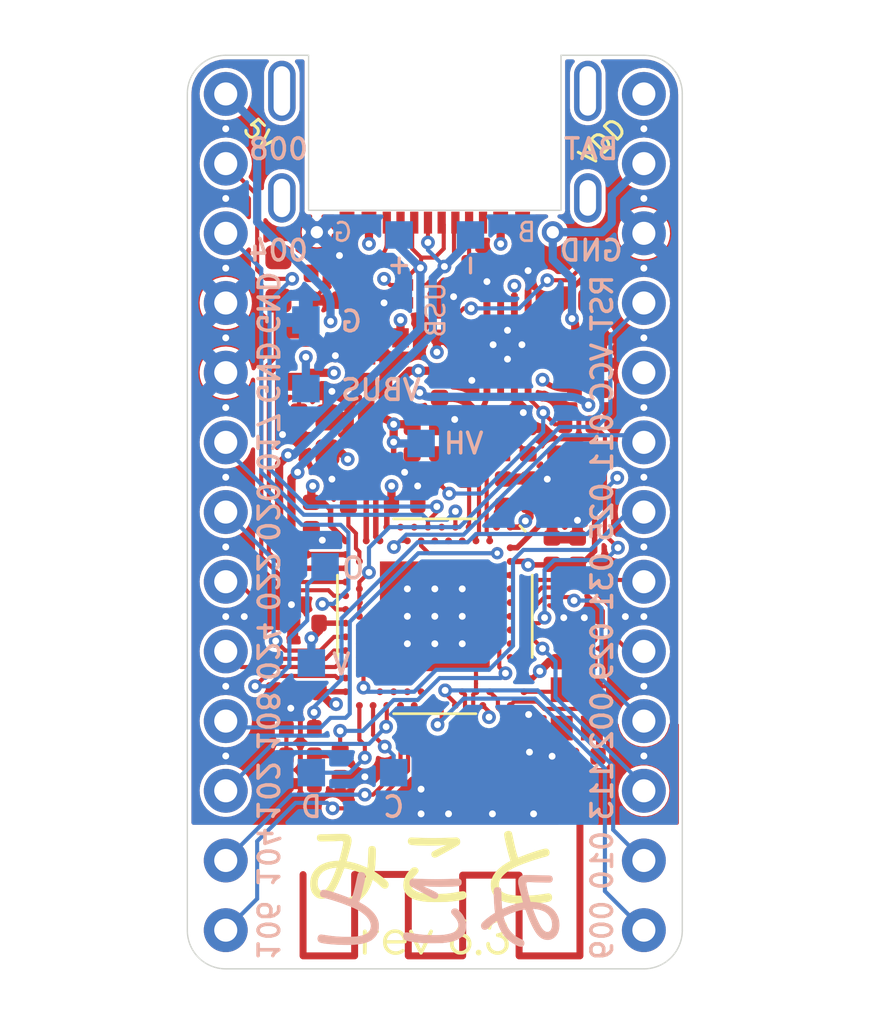
<source format=kicad_pcb>
(kicad_pcb (version 20221018) (generator pcbnew)
  (layers (0 "F.Cu" signal) (1 "In1.Cu" power) (2 "In2.Cu" power) (31 "B.Cu" signal) (34 "B.Paste" user) (35 "F.Paste" user) (36 "B.SilkS" user "B.Silkscreen") (37 "F.SilkS" user "F.Silkscreen") (38 "B.Mask" user) (39 "F.Mask" user) (44 "Edge.Cuts" user))
  (net 0 "")
  (net 1 "VDD_NRF")
  (net 2 "VSS_PA")
  (net 3 "Net-(C6-Pad1)")
  (net 4 "Net-(C7-Pad1)")
  (net 5 "Net-(C9-Pad2)")
  (net 6 "Net-(C10-Pad1)")
  (net 7 "Net-(C11-Pad1)")
  (net 8 "Net-(C12-Pad1)")
  (net 9 "Net-(C13-Pad1)")
  (net 10 "VBUS")
  (net 11 "Net-(C15-Pad2)")
  (net 12 "Net-(C17-Pad2)")
  (net 13 "Net-(C18-Pad2)")
  (net 14 "BAT_VOLT")
  (net 15 "VBAT")
  (net 16 "BLUE_LED")
  (net 17 "Net-(D3-Pad1)")
  (net 18 "Net-(C5-Pad2)")
  (net 19 "USB_D+")
  (net 20 "USB_D-")
  (net 21 "Net-(L2-Pad2)")
  (net 22 "Net-(L3-Pad2)")
  (net 23 "SWD")
  (net 24 "SWC")
  (net 26 "CHARGE_CTRL_2")
  (net 32 "RESET")
  (net 36 "P1.08")
  (net 39 "GND")
  (net 40 "P0.09")
  (net 41 "P0.10")
  (net 42 "P0.02")
  (net 43 "P1.04")
  (net 44 "P1.06")
  (net 45 "P0.11")
  (net 46 "P0.24")
  (net 47 "P0.22")
  (net 48 "P0.20")
  (net 49 "P0.17")
  (net 50 "P0.08")
  (net 52 "PPH_VCC")
  (net 53 "PPH_VCC_CTRL")
  (net 54 "VDDH")
  (net 56 "Net-(R8-Pad1)")
  (net 57 "Net-(D3-Pad2)")
  (net 58 "Net-(L4-Pad2)")
  (net 60 "P0.25")
  (net 62 "/ANT")
  (net 63 "CHARGE_CTRL_1")
  (net 64 "Net-(R1-Pad1)")
  (net 68 "Net-(R12-Pad2)")
  (net 72 "P1.02")
  (net 73 "P0.29")
  (net 75 "/CC1")
  (net 76 "/CC2")
  (net 77 "Net-(D1-Pad1)")
  (net 78 "P0.31")
  (net 79 "P1.13")
  (net 85 "EXT_5V")
  (net 86 "P0.04")
  (net 87 "Net-(C23-Pad1)")
  (net 93 "SWO")
  (footprint "footprints:Capacitor_0402_1005M-nosilk" (layer "F.Cu") (at 1.25 8.175 180)
    (fp_text reference "C9")
    (fp_text value "1pF")
  )
  (footprint "footprints:Capacitor_0402_1005M-nosilk" (layer "F.Cu") (at 5.2 1.425 -90)
    (fp_text reference "C16")
    (fp_text value "47nF")
  )
  (footprint "footprints:Inductor_0402_1005M-nosilk" (layer "F.Cu") (at 1.38 9.54 135)
    (fp_text reference "L1")
    (fp_text value "3.9nH")
  )
  (footprint "footprints:Inductor_0402_1005M-nosilk" (layer "F.Cu") (at 5.65 -1.65 90)
    (fp_text reference "L2")
    (fp_text value "15nH")
  )
  (footprint "footprints:AQFN-73-1EP_7x7mm_P0.5mm_NRF52840-custom" (layer "F.Cu") (at 0 3.8 -90)
    (fp_text reference "U1")
    (fp_text value "nRF52840")
  )
  (footprint "footprints:USB-C_C168688" (layer "F.Cu") (at 0 -17.55)
    (fp_text reference "J1" hide)
    (fp_text value "USB_C_Receptacle_USB2.0")
  )
  (footprint "footprints:Capacitor_0402_1005M-nosilk" (layer "F.Cu") (at -0.45 8.8 -90)
    (fp_text reference "C12")
    (fp_text value "1nF")
  )
  (footprint "footprints:Capacitor_0402_1005M-nosilk" (layer "F.Cu") (at 2.99 9.69 -90)
    (fp_text reference "C5")
    (fp_text value "1pF")
  )
  (footprint "footprints:Capacitor_0402_1005M-nosilk" (layer "F.Cu") (at -4.7 6.55)
    (fp_text reference "C2")
    (fp_text value "100nF")
  )
  (footprint "footprints:Resistor_0402_1005M-nosilk" (layer "F.Cu") (at 1.75 -9.05)
    (fp_text reference "R9")
    (fp_text value "5.1k")
  )
  (footprint "footprints:Resistor_0402_1005M-nosilk" (layer "F.Cu") (at -4.9 8.9)
    (fp_text reference "R3")
    (fp_text value "2M")
  )
  (footprint "footprints:mikoto-logo" (layer "F.Cu") (at 0 13)
    (fp_text reference "DUMMY1" hide)
    (fp_text value "logo_front" hide)
  )
  (footprint "footprints:Crystal_SMD_2012-2Pin_2.0x1.2mm" (layer "F.Cu") (at 1.75 -2.4 180)
    (fp_text reference "Y2")
    (fp_text value "32.768 kHz")
  )
  (footprint "footprints:Capacitor_0402_1005M-nosilk" (layer "F.Cu") (at 0.1 -2.6 -90)
    (fp_text reference "C18")
    (fp_text value "15pF")
  )
  (footprint "footprints:Capacitor_0402_1005M-nosilk" (layer "F.Cu") (at -1.1 -0.275)
    (fp_text reference "C8")
    (fp_text value "1uF")
  )
  (footprint "footprints:Capacitor_0402_1005M-nosilk" (layer "F.Cu") (at -3.15 -0.7 90)
    (fp_text reference "C13")
    (fp_text value "4.7uF")
  )
  (footprint "footprints:Capacitor_0402_1005M-nosilk" (layer "F.Cu") (at 5.47 8.9 180)
    (fp_text reference "C6")
    (fp_text value "15pF")
  )
  (footprint "footprints:Capacitor_0402_1005M-nosilk" (layer "F.Cu") (at -4.5 0.125 90)
    (fp_text reference "C14")
    (fp_text value "4.7uF")
  )
  (footprint "footprints:Capacitor_0402_1005M-nosilk" (layer "F.Cu") (at 4.81 11.05)
    (fp_text reference "C22")
    (fp_text value "1.5pF")
  )
  (footprint "footprints:Capacitor_0402_1005M-nosilk" (layer "F.Cu") (at 3.4 -2.6 -90)
    (fp_text reference "C17")
    (fp_text value "15pF")
  )
  (footprint "footprints:Capacitor_0402_1005M-nosilk" (layer "F.Cu") (at 3.45 -0.725 -90)
    (fp_text reference "C1")
    (fp_text value "4.7uF")
  )
  (footprint "footprints:Inductor_0603_1608M-nosilk" (layer "F.Cu") (at 4.575 -1.2 -90)
    (fp_text reference "L3")
    (fp_text value "10uH")
  )
  (footprint "footprints:LED_0603_1608Metric-nosilk" (layer "F.Cu") (at -5.7 -8.5 -90)
    (fp_text reference "D1")
    (fp_text value "BLUE" hide)
  )
  (footprint "footprints:Resistor_0402_1005M-nosilk" (layer "F.Cu") (at 0.575 -1.2 180)
    (fp_text reference "R7")
    (fp_text value "10k")
  )
  (footprint "footprints:Resistor_0402_1005M-nosilk" (layer "F.Cu") (at -4 -8.7 180)
    (fp_text reference "R5")
    (fp_text value "1.5k")
  )
  (footprint "footprints:Capacitor_0402_1005M-nosilk" (layer "F.Cu") (at -3.45 9.2 90)
    (fp_text reference "C19")
    (fp_text value "10nF")
  )
  (footprint "footprints:net-tie-2-tiny" (layer "F.Cu") (at 1.5 6.1 90)
    (fp_text reference "NT1")
    (fp_text value "NetTie_2")
  )
  (footprint "footprints:Capacitor_0402_1005M-nosilk" (layer "F.Cu") (at 3.125 8.175)
    (fp_text reference "C11")
    (fp_text value "100pF")
  )
  (footprint "footprints:Capacitor_0402_1005M-nosilk" (layer "F.Cu") (at 5.625 4.975 90)
    (fp_text reference "C7")
    (fp_text value "15pF")
  )
  (footprint "footprints:Crystal_SMD_2016-4Pin_2.0x1.6mm" (layer "F.Cu") (at 5.175 7.175 90)
    (fp_text reference "Y1")
    (fp_text value "32MHz")
  )
  (footprint "footprints:Capacitor_0402_1005M-nosilk" (layer "F.Cu") (at 4.525 4.975 -90)
    (fp_text reference "C3")
    (fp_text value "100nF")
  )
  (footprint "footprints:Capacitor_0402_1005M-nosilk" (layer "F.Cu") (at -4.7 4.05 180)
    (fp_text reference "C4")
    (fp_text value "100nF")
  )
  (footprint "footprints:Resistor_0402_1005M-nosilk" (layer "F.Cu") (at -4.9 9.9 180)
    (fp_text reference "R4")
    (fp_text value "10M")
  )
  (footprint "footprints:LED_0603_1608Metric-nosilk" (layer "F.Cu") (at 5.7 -8.5 -90)
    (fp_text reference "D3")
    (fp_text value "ORANGE" hide)
  )
  (footprint "footprints:Capacitor_0402_1005M-nosilk" (layer "F.Cu") (at 2.5 -0.725 90)
    (fp_text reference "C10")
    (fp_text value "100nF")
  )
  (footprint "footprints:Inductor_0603_1608M-nosilk" (layer "F.Cu") (at -3.125 -2.175)
    (fp_text reference "L4")
    (fp_text value "10uH")
  )
  (footprint "footprints:Capacitor_0402_1005M-nosilk" (layer "F.Cu") (at -0.825 -2.6 90)
    (fp_text reference "C25")
    (fp_text value "4.7uF")
  )
  (footprint "footprints:Capacitor_0402_1005M-nosilk" (layer "F.Cu") (at -4.95 -3.2 90)
    (fp_text reference "C20")
    (fp_text value "4.7uF")
  )
  (footprint "footprints:Resistor_0402_1005M-nosilk" (layer "F.Cu") (at -2.575 -8.225 -90)
    (fp_text reference "R10")
    (fp_text value "5.1k")
  )
  (footprint "footprints:Capacitor_0402_1005M-nosilk" (layer "F.Cu") (at 4.275 1.425 -90)
    (fp_text reference "C15")
    (fp_text value "1uF")
  )
  (footprint "footprints:mikoto-pins" (layer "F.Cu") (at 0 1.27)
    (fp_text reference "U4")
    (fp_text value "mikoto-pins" hide)
  )
  (footprint "footprints:revision-number" (layer "F.Cu") (at 0 15.65)
    (fp_text reference "DUMMY3")
    (fp_text value "revision_number" hide)
  )
  (footprint "footprints:Capacitor_0402_1005M-nosilk" (layer "F.Cu") (at 2.05 -3.575)
    (fp_text reference "C23")
    (fp_text value "1uF")
  )
  (footprint "footprints:Resistor_0402_1005M-nosilk" (layer "F.Cu") (at -4.9 7.9 180)
    (fp_text reference "R12")
    (fp_text value "2M")
  )
  (footprint "footprints:Resistor_0402_1005M-nosilk" (layer "F.Cu") (at 5.25 -3.2)
    (fp_text reference "R1")
    (fp_text value "3.9k")
  )
  (footprint "footprints:2.4GHz-meander-antenna-v2" (layer "F.Cu") (at 5.29 10.45)
    (fp_text reference "AE1")
    (fp_text value "Antenna" hide)
  )
  (footprint "footprints:Capacitor_0402_1005M-nosilk" (layer "F.Cu") (at 5.6 -6.35 180)
    (fp_text reference "C26")
    (fp_text value "4.7uF")
  )
  (footprint "footprints:PTH-0.8_0.45mm" (layer "F.Cu") (at 4.3 -10.2)
    (fp_text reference "J4")
    (fp_text value "PTH")
  )
  (footprint "footprints:D_SOD-323F-nosilk" (layer "F.Cu") (at -1.25 -5.2 90)
    (fp_text reference "D5")
    (fp_text value "PMEG4010CEJ")
  )
  (footprint "footprints:PTH-0.8_0.45mm" (layer "F.Cu") (at -4.3 -10.2)
    (fp_text reference "J5")
    (fp_text value "PTH")
  )
  (footprint "footprints:Capacitor_0603_1608M-nosilk" (layer "F.Cu") (at -3.125 -3.45)
    (fp_text reference "C21")
    (fp_text value "10uF")
  )
  (footprint "footprints:Capacitor_0402_1005M-nosilk" (layer "F.Cu") (at 0.175 -6.85 -90)
    (fp_text reference "C24")
    (fp_text value "4.7uF")
  )
  (footprint "footprints:UDFN-6_1.2x1.0mm_P0.4mm" (layer "F.Cu") (at -0.9 -7.95 90)
    (fp_text reference "U5")
    (fp_text value "ESDR0502NMUTAG" hide)
  )
  (footprint "footprints:Resistor_0402_1005M-nosilk" (layer "F.Cu") (at 5.6 -5.425)
    (fp_text reference "R8")
    (fp_text value "10k")
  )
  (footprint "footprints:Resistor_0402_1005M-nosilk" (layer "F.Cu") (at -4 -7.725 180)
    (fp_text reference "R2")
    (fp_text value "2M")
  )
  (footprint "footprints:SOT-23-5" (layer "F.Cu") (at -3.8 -5.7 180)
    (fp_text reference "U3")
    (fp_text value "XC6220B331MR")
  )
  (footprint "kikit:Tab" (layer "F.Cu") (at 9.5 0 180)
    (fp_text reference "REF**" hide)
    (fp_text value "Tab")
  )
  (footprint "kikit:Tab" (layer "F.Cu") (at -9.5 0)
    (fp_text reference "REF**" hide)
    (fp_text value "Tab")
  )
  (footprint "footprints:Resistor_0402_1005M-nosilk" (layer "F.Cu") (at 4.78 10.17)
    (fp_text reference "R11")
    (fp_text value "0R")
  )
  (footprint "footprints:Fuse_0402_1005Metric" (layer "F.Cu") (at 0.175 -4.65 90)
    (fp_text reference "F1")
    (fp_text value "500mA hold")
  )
  (footprint "footprints:VQFN-16-1EP_3x3mm_P0.5mm_EP1.6x1.6mm" (layer "F.Cu") (at 2.65 -6.1 180)
    (fp_text reference "U2")
    (fp_text value "BQ24075RGT")
  )
  (footprint "footprints:Resistor_0402_1005M-nosilk" (layer "F.Cu") (at 5.6 -4.475)
    (fp_text reference "R6")
    (fp_text value "10k")
  )
  (footprint "footprints:TestPoint_Pad_1.0x1.0mm-nosilk" (layer "B.Cu") (at -4.5 5.5)
    (fp_text reference "TP3")
    (fp_text value "PAD")
  )
  (footprint "footprints:TestPoint_Pad_1.0x1.0mm-nosilk" (layer "B.Cu") (at -4.5 9.5)
    (fp_text reference "TP2")
    (fp_text value "PAD")
  )
  (footprint "footprints:TestPoint_Pad_1.0x1.0mm-nosilk" (layer "B.Cu") (at -1.5 9.5)
    (fp_text reference "TP1")
    (fp_text value "PAD")
  )
  (footprint "footprints:mikoto-logo" (layer "B.Cu") (at 0 14.5 180)
    (fp_text reference "DUMMY2" hide)
    (fp_text value "logo_back" hide)
  )
  (footprint "footprints:TestPoint_Pad_1.0x1.0mm-nosilk" (layer "B.Cu") (at -1.3 -10.1 180)
    (fp_text reference "TP6")
    (fp_text value "PAD")
  )
  (footprint "footprints:TestPoint_Pad_1.0x1.0mm-nosilk" (layer "B.Cu") (at -4 2 180)
    (fp_text reference "TP9")
    (fp_text value "PAD")
  )
  (footprint "footprints:TestPoint_Pad_1.0x1.0mm-nosilk" (layer "B.Cu") (at -4.7 -7 180)
    (fp_text reference "TP5")
    (fp_text value "PAD")
  )
  (footprint "footprints:TestPoint_Pad_1.0x1.0mm-nosilk" (layer "B.Cu") (at -4.7 -4.5 180)
    (fp_text reference "TP8")
    (fp_text value "PAD")
  )
  (footprint "footprints:TestPoint_Pad_1.0x1.0mm-nosilk" (layer "B.Cu") (at -0.5 -2.5 180)
    (fp_text reference "TP7")
    (fp_text value "PAD")
  )
  (footprint "footprints:TestPoint_Pad_1.0x1.0mm-nosilk" (layer "B.Cu") (at 1.3 -10.1 180)
    (fp_text reference "TP4")
    (fp_text value "PAD")
  )
  (gr_line (start -7.62 16.65) (end 7.62 16.65) (stroke (width 0.05)) (layer "Edge.Cuts"))
  (gr_line (start 9.02 -15.25) (end 9.02 15.25) (stroke (width 0.05)) (layer "Edge.Cuts"))
  (gr_line (start -7.62 -16.65) (end -4.6 -16.65) (stroke (width 0.05)) (layer "Edge.Cuts"))
  (gr_line (start -9.02 -15.25) (end -9.02 15.25) (stroke (width 0.05)) (layer "Edge.Cuts"))
  (gr_line (start 4.6 -16.65) (end 7.62 -16.65) (stroke (width 0.05)) (layer "Edge.Cuts"))
  (gr_line (start 4.6 -11) (end 4.6 -16.65) (stroke (width 0.05)) (layer "Edge.Cuts"))
  (gr_arc (start 9.02 15.25) (mid 8.609949 16.239949) (end 7.62 16.65) (stroke (width 0.05)) (layer "Edge.Cuts"))
  (gr_line (start -4.6 -16.65) (end -4.6 -11) (stroke (width 0.05)) (layer "Edge.Cuts"))
  (gr_arc (start 7.62 -16.65) (mid 8.609949 -16.239949) (end 9.02 -15.25) (stroke (width 0.05)) (layer "Edge.Cuts"))
  (gr_arc (start -9.02 -15.25) (mid -8.609949 -16.239949) (end -7.62 -16.65) (stroke (width 0.05)) (layer "Edge.Cuts"))
  (gr_line (start -4.6 -11) (end 4.6 -11) (stroke (width 0.05)) (layer "Edge.Cuts"))
  (gr_arc (start -7.62 16.65) (mid -8.609949 16.239949) (end -9.02 15.25) (stroke (width 0.05)) (layer "Edge.Cuts"))
  (gr_text "V" (at -3 5.55) (layer "B.SilkS") (effects (font (size 0.75 0.75) (thickness 0.13)) (justify left mirror)))
  (gr_text "G" (at -3.5 -6.95) (layer "B.SilkS") (effects (font (size 0.75 0.75) (thickness 0.13)) (justify right mirror)))
  (gr_text "+" (at -1.35 -9.5 90) (layer "B.SilkS") (effects (font (size 0.7 0.7) (thickness 0.12)) (justify left mirror)))
  (gr_text "VH" (at 0.25 -2.5) (layer "B.SilkS") (effects (font (size 0.75 0.75) (thickness 0.13)) (justify right mirror)))
  (gr_text "C" (at -1.5 10.75) (layer "B.SilkS") (effects (font (size 0.75 0.75) (thickness 0.13)) (justify mirror)))
  (gr_text "-" (at 1.25 -9.5 90) (layer "B.SilkS") (effects (font (size 0.7 0.7) (thickness 0.12)) (justify left mirror)))
  (gr_text "O" (at -2.5 2.05) (layer "B.SilkS") (effects (font (size 0.75 0.75) (thickness 0.13)) (justify left mirror)))
  (gr_text "B" (at 3.35 -10.2) (layer "B.SilkS") (effects (font (size 0.675 0.675) (thickness 0.1)) (justify mirror)))
  (gr_text "USB" (at 0.0325 -8.45 90) (layer "B.SilkS") (effects (font (size 0.675 0.675) (thickness 0.1)) (justify left mirror)))
  (gr_text "G" (at -3.35 -10.2) (layer "B.SilkS") (effects (font (size 0.675 0.675) (thickness 0.1)) (justify mirror)))
  (gr_text "VBUS" (at -3.5 -4.45) (layer "B.SilkS") (effects (font (size 0.75 0.75) (thickness 0.13)) (justify right mirror)))
  (gr_text "D" (at -4.5 10.75) (layer "B.SilkS") (effects (font (size 0.75 0.75) (thickness 0.13)) (justify mirror)))
  (segment (start -1.58 -0.945) (end -1.575 -0.95) (width 0.3) (layer "F.Cu") (net 1))
  (segment (start 3.45 0.175) (end 3.45 -0.245) (width 0.3) (layer "F.Cu") (net 1))
  (segment (start 2.75 0.55) (end 3.075 0.55) (width 0.2) (layer "F.Cu") (net 1))
  (segment (start -4.22 4.32) (end -4.22 4.05) (width 0.3) (layer "F.Cu") (net 1))
  (segment (start -1.75 -0.105) (end -1.58 -0.275) (width 0.2) (layer "F.Cu") (net 1))
  (segment (start 4.17 5.455) (end 3.825 5.8) (width 0.3) (layer "F.Cu") (net 1))
  (segment (start -1.75 0.55) (end -1.75 -0.105) (width 0.2) (layer "F.Cu") (net 1))
  (segment (start -4.5 4.6) (end -4.22 4.32) (width 0.3) (layer "F.Cu") (net 1))
  (segment (start -3.175 -1.925) (end -3.425 -2.175) (width 0.3) (layer "F.Cu") (net 1))
  (segment (start -1.58 -0.275) (end -1.58 -0.945) (width 0.3) (layer "F.Cu") (net 1))
  (segment (start -3.25 4.05) (end -4.22 4.05) (width 0.2) (layer "F.Cu") (net 1))
  (segment (start 3.3 0.325) (end 3.45 0.175) (width 0.3) (layer "F.Cu") (net 1))
  (segment (start -3.6 7) (end -3.77 7) (width 0.3) (layer "F.Cu") (net 1))
  (segment (start 3.25 6.05) (end 3.575 6.05) (width 0.2) (layer "F.Cu") (net 1))
  (segment (start -3.425 -2.175) (end -3.9125 -2.175) (width 0.3) (layer "F.Cu") (net 1))
  (segment (start 4.525 5.455) (end 4.17 5.455) (width 0.3) (layer "F.Cu") (net 1))
  (segment (start -3.25 6.55) (end -4.22 6.55) (width 0.2) (layer "F.Cu") (net 1))
  (segment (start 3.075 0.55) (end 3.3 0.325) (width 0.2) (layer "F.Cu") (net 1))
  (segment (start 3.575 6.05) (end 3.825 5.8) (width 0.2) (layer "F.Cu") (net 1))
  (segment (start -3.77 7) (end -4.22 6.55) (width 0.3) (layer "F.Cu") (net 1))
  (via (at 3.825 5.8) (size 0.5) (drill 0.25) (layers "F.Cu" "B.Cu") (net 1))
  (via (at 3.3 0.325) (size 0.5) (drill 0.25) (layers "F.Cu" "B.Cu") (net 1))
  (via (at -4.5 4.6) (size 0.5) (drill 0.25) (layers "F.Cu" "B.Cu") (net 1))
  (via (at -3.6 7) (size 0.5) (drill 0.25) (layers "F.Cu" "B.Cu") (net 1))
  (via (at -3.175 -1.925) (size 0.5) (drill 0.25) (layers "F.Cu" "B.Cu") (net 1))
  (via (at -1.575 -0.95) (size 0.5) (drill 0.25) (layers "F.Cu" "B.Cu") (net 1))
  (segment (start -4.5 4.6) (end -4.5 5.5) (width 0.3) (layer "B.Cu") (net 1))
  (segment (start 1.5 6.55) (end 1.5 6.25) (width 0.15) (layer "F.Cu") (net 2))
  (segment (start 1.4 6.65) (end 1.4 7.845) (width 0.15) (layer "F.Cu") (net 2))
  (segment (start 1.4 7.845) (end 1.73 8.175) (width 0.15) (layer "F.Cu") (net 2))
  (segment (start 1.5 6.55) (end 1.4 6.65) (width 0.15) (layer "F.Cu") (net 2))
  (segment (start 2.89 6.91) (end 2.75 7.05) (width 0.15) (layer "F.Cu") (net 3))
  (segment (start 5.725 7.875) (end 5.95 8.1) (width 0.15) (layer "F.Cu") (net 3))
  (segment (start 5.725 7.875) (end 5.725 7.3) (width 0.15) (layer "F.Cu") (net 3))
  (segment (start 3.73 6.91) (end 2.89 6.91) (width 0.15) (layer "F.Cu") (net 3))
  (segment (start 3.995 7.175) (end 3.73 6.91) (width 0.15) (layer "F.Cu") (net 3))
  (segment (start 5.725 7.3) (end 5.6 7.175) (width 0.15) (layer "F.Cu") (net 3))
  (segment (start 5.6 7.175) (end 3.995 7.175) (width 0.15) (layer "F.Cu") (net 3))
  (segment (start 5.95 8.1) (end 5.95 8.9) (width 0.15) (layer "F.Cu") (net 3))
  (segment (start 4.55 6.55) (end 3.25 6.55) (width 0.15) (layer "F.Cu") (net 4))
  (segment (start 4.625 6.25) (end 5.42 5.455) (width 0.15) (layer "F.Cu") (net 4))
  (segment (start 4.625 6.475) (end 4.55 6.55) (width 0.15) (layer "F.Cu") (net 4))
  (segment (start 4.625 6.475) (end 4.625 6.25) (width 0.15) (layer "F.Cu") (net 4))
  (segment (start 5.42 5.455) (end 5.625 5.455) (width 0.15) (layer "F.Cu") (net 4))
  (segment (start 1.1 7.845) (end 0.77 8.175) (width 0.15) (layer "F.Cu") (net 5))
  (segment (start 1.1 6.65) (end 1.1 7.845) (width 0.15) (layer "F.Cu") (net 5))
  (segment (start 0.77 8.175) (end 0.77 8.552331) (width 0.3) (layer "F.Cu") (net 5))
  (segment (start 1 6.55) (end 1.1 6.65) (width 0.15) (layer "F.Cu") (net 5))
  (arc (start 0.77 8.552331) (mid 0.839405 8.901252) (end 1.037053 9.197053) (width 0.3) (layer "F.Cu") (net 5))
  (segment (start 2.25 0.005) (end 2.5 -0.245) (width 0.2) (layer "F.Cu") (net 6))
  (segment (start 2.25 0.55) (end 2.25 0.005) (width 0.2) (layer "F.Cu") (net 6))
  (segment (start 2 6.55) (end 2.3 6.85) (width 0.15) (layer "F.Cu") (net 7))
  (segment (start 2.3 6.85) (end 2.3 7.15) (width 0.15) (layer "F.Cu") (net 7))
  (segment (start 2.3 7.15) (end 2.645 7.495) (width 0.15) (layer "F.Cu") (net 7))
  (segment (start 2.645 7.495) (end 2.645 8.175) (width 0.15) (layer "F.Cu") (net 7))
  (segment (start -0.45 8.32) (end -0.45 7.5) (width 0.15) (layer "F.Cu") (net 8))
  (segment (start -0.45 7.5) (end -0.25 7.3) (width 0.15) (layer "F.Cu") (net 8))
  (segment (start -0.25 7.3) (end -0.25 7.05) (width 0.15) (layer "F.Cu") (net 8))
  (segment (start -3.15 -0.22) (end -3.15 0.5) (width 0.15) (layer "F.Cu") (net 9))
  (segment (start -2.875 0.775) (end -2.875 1.325) (width 0.15) (layer "F.Cu") (net 9))
  (segment (start -3.15 0.5) (end -2.875 0.775) (width 0.15) (layer "F.Cu") (net 9))
  (segment (start -2.875 1.325) (end -2.75 1.45) (width 0.15) (layer "F.Cu") (net 9))
  (segment (start -2.75 1.45) (end -2.75 1.8) (width 0.15) (layer "F.Cu") (net 9))
  (segment (start -4.5 -0.9) (end -4.5 -0.355) (width 0.3) (layer "F.Cu") (net 10))
  (segment (start -1.625001 -8.275001) (end -1.299998 -8.275001) (width 0.15) (layer "F.Cu") (net 10))
  (segment (start -1.25 -7) (end -1.25 -6.35) (width 0.3) (layer "F.Cu") (net 10))
  (segment (start 2.4 -9.775) (end 2.4 -10.55) (width 0.3) (layer "F.Cu") (net 10))
  (segment (start -3.8 -0.1) (end -4.055 -0.355) (width 0.2) (layer "F.Cu") (net 10))
  (segment (start -3.25 1.05) (end -3.8 0.5) (width 0.2) (layer "F.Cu") (net 10))
  (segment (start -1.85 -8.5) (end -1.625001 -8.275001) (width 0.15) (layer "F.Cu") (net 10))
  (segment (start -2.4 -9.775) (end -2.4 -10.55) (width 0.3) (layer "F.Cu") (net 10))
  (segment (start -4.055 -0.355) (end -4.5 -0.355) (width 0.2) (layer "F.Cu") (net 10))
  (segment (start -3.8 0.5) (end -3.8 -0.1) (width 0.2) (layer "F.Cu") (net 10))
  (segment (start -4.45 -0.95) (end -4.5 -0.9) (width 0.3) (layer "F.Cu") (net 10))
  (via (at -1.25 -7) (size 0.5) (drill 0.25) (layers "F.Cu" "B.Cu") (net 10))
  (via (at -2.4 -9.775) (size 0.5) (drill 0.25) (layers "F.Cu" "B.Cu") (net 10))
  (via (at -4.45 -0.95) (size 0.5) (drill 0.25) (layers "F.Cu" "B.Cu") (net 10))
  (via (at -1.85 -8.5) (size 0.5) (drill 0.25) (layers "F.Cu" "B.Cu") (net 10))
  (via (at 2.4 -9.775) (size 0.5) (drill 0.25) (layers "F.Cu" "B.Cu") (net 10))
  (via (at -4.7 -5.65) (size 0.5) (drill 0.25) (layers "F.Cu" "B.Cu") (net 10))
  (segment (start -4.7 -4.5) (end -4.7 -5.65) (width 0.3) (layer "B.Cu") (net 10))
  (segment (start 3.275 1.8) (end 3.4 1.925) (width 0.2) (layer "F.Cu") (net 11))
  (segment (start 5.825 -0.99) (end 5.65 -1.165) (width 0.2) (layer "F.Cu") (net 11))
  (segment (start 4.275 1.905) (end 5.2 1.905) (width 0.2) (layer "F.Cu") (net 11))
  (segment (start 1.975 7.475) (end 1.975 7.275) (width 0.15) (layer "F.Cu") (net 11))
  (segment (start 2.75 1.8) (end 3.275 1.8) (width 0.2) (layer "F.Cu") (net 11))
  (segment (start 5.345 1.905) (end 5.825 1.425) (width 0.2) (layer "F.Cu") (net 11))
  (segment (start 1.975 7.275) (end 1.75 7.05) (width 0.15) (layer "F.Cu") (net 11))
  (segment (start 5.2 1.905) (end 5.345 1.905) (width 0.2) (layer "F.Cu") (net 11))
  (segment (start 3.4 1.925) (end 4.255 1.925) (width 0.2) (layer "F.Cu") (net 11))
  (segment (start 4.255 1.925) (end 4.275 1.905) (width 0.2) (layer "F.Cu") (net 11))
  (segment (start 5.825 1.425) (end 5.825 -0.99) (width 0.2) (layer "F.Cu") (net 11))
  (via (at 3.4 1.925) (size 0.5) (drill 0.25) (layers "F.Cu" "B.Cu") (net 11))
  (via (at 1.975 7.475) (size 0.5) (drill 0.25) (layers "F.Cu" "B.Cu") (net 11))
  (segment (start 3.12 -2.4) (end 3.4 -2.12) (width 0.15) (layer "F.Cu") (net 12))
  (segment (start 2.45 -2.4) (end 3.12 -2.4) (width 0.15) (layer "F.Cu") (net 12))
  (segment (start 1.89 -1.84) (end 2.45 -2.4) (width 0.15) (layer "F.Cu") (net 12))
  (segment (start 2 1.05) (end 2 0.87) (width 0.15) (layer "F.Cu") (net 12))
  (segment (start 1.89 0.76) (end 1.89 -1.84) (width 0.15) (layer "F.Cu") (net 12))
  (segment (start 2 0.87) (end 1.89 0.76) (width 0.15) (layer "F.Cu") (net 12))
  (segment (start 1.5 0.87) (end 1.61 0.76) (width 0.15) (layer "F.Cu") (net 13))
  (segment (start 1.5 1.05) (end 1.5 0.87) (width 0.15) (layer "F.Cu") (net 13))
  (segment (start 1.61 0.76) (end 1.61 -1.84) (width 0.15) (layer "F.Cu") (net 13))
  (segment (start 1.05 -2.4) (end 0.38 -2.4) (width 0.15) (layer "F.Cu") (net 13))
  (segment (start 0.38 -2.4) (end 0.1 -2.12) (width 0.15) (layer "F.Cu") (net 13))
  (segment (start 1.61 -1.84) (end 1.05 -2.4) (width 0.15) (layer "F.Cu") (net 13))
  (segment (start -3.45 7.975) (end -3.45 8.72) (width 0.15) (layer "F.Cu") (net 14))
  (segment (start 2.45 3.8) (end 2.75 3.8) (width 0.15) (layer "F.Cu") (net 14))
  (segment (start 2.35 3.9) (end 2.45 3.8) (width 0.15) (layer "F.Cu") (net 14))
  (segment (start -3.45 8.72) (end -3.63 8.9) (width 0.15) (layer "F.Cu") (net 14))
  (segment (start 2.35 5.65) (end 2.35 3.9) (width 0.15) (layer "F.Cu") (net 14))
  (segment (start -3.63 8.9) (end -4.39 8.9) (width 0.15) (layer "F.Cu") (net 14))
  (segment (start -4.39 8.9) (end -4.39 9.9) (width 0.15) (layer "F.Cu") (net 14))
  (segment (start 2.575 5.875) (end 2.35 5.65) (width 0.15) (layer "F.Cu") (net 14))
  (via (at -3.45 7.975) (size 0.5) (drill 0.25) (layers "F.Cu" "B.Cu") (net 14))
  (via (at 2.575 5.875) (size 0.5) (drill 0.25) (layers "F.Cu" "B.Cu") (net 14))
  (segment (start -3.45 7.975) (end -2.625 7.975) (width 0.15) (layer "B.Cu") (net 14))
  (segment (start -2.625 7.975) (end -1.5 6.85) (width 0.15) (layer "B.Cu") (net 14))
  (segment (start 0.175 6.05) (end 2.4 6.05) (width 0.15) (layer "B.Cu") (net 14))
  (segment (start -0.625 6.85) (end 0.175 6.05) (width 0.15) (layer "B.Cu") (net 14))
  (segment (start 2.4 6.05) (end 2.575 5.875) (width 0.15) (layer "B.Cu") (net 14))
  (segment (start -1.5 6.85) (end -0.625 6.85) (width 0.15) (layer "B.Cu") (net 14))
  (segment (start 5.12 -6.760295) (end 5.12 -6.35) (width 0.3) (layer "F.Cu") (net 15))
  (segment (start -4.4 7.3) (end -4.4 7.89) (width 0.15) (layer "F.Cu") (net 15))
  (segment (start 4.62 -5.85) (end 5.12 -6.35) (width 0.2) (layer "F.Cu") (net 15))
  (segment (start -4.4 7.89) (end -4.39 7.9) (width 0.15) (layer "F.Cu") (net 15))
  (segment (start 4.0875 -5.85) (end 4.62 -5.85) (width 0.2) (layer "F.Cu") (net 15))
  (segment (start 4.0875 -6.35) (end 5.12 -6.35) (width 0.2) (layer "F.Cu") (net 15))
  (via (at -4.4 7.3) (size 0.5) (drill 0.25) (layers "F.Cu" "B.Cu") (net 15))
  (via (at 6.65 -1.25) (size 0.5) (drill 0.25) (layers "F.Cu" "B.Cu") (net 15))
  (via (at 5 -7.05) (size 0.5) (drill 0.25) (layers "F.Cu" "B.Cu") (net 15))
  (arc (start 5 -7.05) (mid 5.088813 -6.917083) (end 5.12 -6.760295) (width 0.3) (layer "F.Cu") (net 15))
  (segment (start 5 -8.5) (end 5 -7.05) (width 0.3) (layer "B.Cu") (net 15))
  (segment (start -4.4 7.3) (end -4.4 7.1) (width 0.15) (layer "B.Cu") (net 15))
  (segment (start 6.45 -10.55) (end 6.45 -11.53) (width 0.3) (layer "B.Cu") (net 15))
  (segment (start 4.3 -10.2) (end 6.1 -10.2) (width 0.3) (layer "B.Cu") (net 15))
  (segment (start 6.35 -0.95) (end 6.65 -1.25) (width 0.15) (layer "B.Cu") (net 15))
  (segment (start 1.5 0.8) (end 5.55 0.8) (width 0.15) (layer "B.Cu") (net 15))
  (segment (start 4.3 -9.2) (end 4.75 -8.75) (width 0.3) (layer "B.Cu") (net 15))
  (segment (start -3.4 3.875) (end -0.625 1.1) (width 0.15) (layer "B.Cu") (net 15))
  (segment (start 4.75 -8.75) (end 5 -8.5) (width 0.3) (layer "B.Cu") (net 15))
  (segment (start 5.55 0.8) (end 6.35 0) (width 0.15) (layer "B.Cu") (net 15))
  (segment (start -4.4 7.1) (end -3.4 6.1) (width 0.15) (layer "B.Cu") (net 15))
  (segment (start 6.45 -11.53) (end 7.62 -12.7) (width 0.3) (layer "B.Cu") (net 15))
  (segment (start 1.2 1.1) (end 1.5 0.8) (width 0.15) (layer "B.Cu") (net 15))
  (segment (start 6.1 -10.2) (end 6.45 -10.55) (width 0.3) (layer "B.Cu") (net 15))
  (segment (start -3.4 6.1) (end -3.4 3.875) (width 0.15) (layer "B.Cu") (net 15))
  (segment (start 6.35 0) (end 6.35 -0.95) (width 0.15) (layer "B.Cu") (net 15))
  (segment (start -0.625 1.1) (end 1.2 1.1) (width 0.15) (layer "B.Cu") (net 15))
  (segment (start 4.3 -10.2) (end 4.3 -9.2) (width 0.3) (layer "B.Cu") (net 15))
  (segment (start -3.25 3.05) (end -3.675 3.05) (width 0.15) (layer "F.Cu") (net 16))
  (segment (start -3.675 3.05) (end -3.875 2.85) (width 0.15) (layer "F.Cu") (net 16))
  (segment (start -5.8 -5.65) (end -5.8 -7.6125) (width 0.15) (layer "F.Cu") (net 16))
  (segment (start -6.325 1.625) (end -6.325 -5.125) (width 0.15) (layer "F.Cu") (net 16))
  (segment (start -5.1 2.85) (end -6.325 1.625) (width 0.15) (layer "F.Cu") (net 16))
  (segment (start -6.325 -5.125) (end -5.8 -5.65) (width 0.15) (layer "F.Cu") (net 16))
  (segment (start -5.8 -7.6125) (end -5.7 -7.7125) (width 0.15) (layer "F.Cu") (net 16))
  (segment (start -3.875 2.85) (end -5.1 2.85) (width 0.15) (layer "F.Cu") (net 16))
  (segment (start 1.325 -7.425) (end 1.05 -7.425) (width 0.15) (layer "F.Cu") (net 17))
  (segment (start 0.875 -7.25) (end 0.875 -6.85) (width 0.15) (layer "F.Cu") (net 17))
  (segment (start 4.1 -8.45) (end 4.8625 -8.45) (width 0.15) (layer "F.Cu") (net 17))
  (segment (start 0.875 -6.85) (end 1.2125 -6.85) (width 0.15) (layer "F.Cu") (net 17))
  (segment (start 1.05 -7.425) (end 0.875 -7.25) (width 0.15) (layer "F.Cu") (net 17))
  (segment (start 4.8625 -8.45) (end 5.7 -9.2875) (width 0.15) (layer "F.Cu") (net 17))
  (via (at 4.1 -8.45) (size 0.5) (drill 0.25) (layers "F.Cu" "B.Cu") (net 17))
  (via (at 1.325 -7.425) (size 0.5) (drill 0.25) (layers "F.Cu" "B.Cu") (net 17))
  (segment (start 4.1 -8.45) (end 3.075 -7.425) (width 0.15) (layer "B.Cu") (net 17))
  (segment (start 3.075 -7.425) (end 1.325 -7.425) (width 0.15) (layer "B.Cu") (net 17))
  (segment (start 2.415954 10.17) (end 2.99 10.17) (width 0.6199) (layer "F.Cu") (net 18))
  (segment (start 2.99 10.17) (end 4.27 10.17) (width 0.6199) (layer "F.Cu") (net 18))
  (arc (start 1.722947 9.882947) (mid 2.040901 10.095397) (end 2.415954 10.17) (width 0.6199) (layer "F.Cu") (net 18))
  (segment (start 0 -9.275) (end 0.325 -9.6) (width 0.15) (layer "F.Cu") (net 19))
  (segment (start -0.6625 -8.9) (end -0.9 -8.6625) (width 0.15) (layer "F.Cu") (net 19))
  (segment (start -5.675 1.1682) (end -4.7932 2.05) (width 0.3) (layer "F.Cu") (net 19))
  (segment (start -0.75 -10.55) (end -0.825 -10.475) (width 0.15) (layer "F.Cu") (net 19))
  (segment (start -0.5 -8.925) (end -0.5 -9.275) (width 0.15) (layer "F.Cu") (net 19))
  (segment (start 0.325 -10.475) (end 0.25 -10.55) (width 0.15) (layer "F.Cu") (net 19))
  (segment (start 0.325 -9.6) (end 0.325 -10.475) (width 0.15) (layer "F.Cu") (net 19))
  (segment (start -0.525 -8.9) (end -0.5 -8.925) (width 0.15) (layer "F.Cu") (net 19))
  (segment (start -0.9 -8.6625) (end -0.9 -8.275001) (width 0.15) (layer "F.Cu") (net 19))
  (segment (start -3.25 2.05) (end -4.7932 2.05) (width 0.2) (layer "F.Cu") (net 19))
  (segment (start -0.825 -10.475) (end -0.825 -9.6) (width 0.15) (layer "F.Cu") (net 19))
  (segment (start -5.35 -2.075) (end -5.675 -1.75) (width 0.3) (layer "F.Cu") (net 19))
  (segment (start -0.525 -8.9) (end -0.6625 -8.9) (width 0.15) (layer "F.Cu") (net 19))
  (segment (start -0.5 -9.275) (end 0 -9.275) (width 0.15) (layer "F.Cu") (net 19))
  (segment (start -5.675 -1.75) (end -5.675 1.1682) (width 0.3) (layer "F.Cu") (net 19))
  (segment (start -0.825 -9.6) (end -0.5 -9.275) (width 0.15) (layer "F.Cu") (net 19))
  (via (at -5.35 -2.075) (size 0.5) (drill 0.25) (layers "F.Cu" "B.Cu") (net 19))
  (via (at -0.525 -8.9) (size 0.5) (drill 0.25) (layers "F.Cu" "B.Cu") (net 19))
  (segment (start -5.35 -2.075) (end -5.15 -2.075) (width 0.3) (layer "B.Cu") (net 19))
  (segment (start -0.525 -8.9) (end -1.3 -9.675) (width 0.3) (layer "B.Cu") (net 19))
  (segment (start -5.15 -2.075) (end -0.525 -6.7) (width 0.3) (layer "B.Cu") (net 19))
  (segment (start -0.525 -6.7) (end -0.525 -8.9) (width 0.3) (layer "B.Cu") (net 19))
  (segment (start -1.3 -9.675) (end -1.3 -10.1) (width 0.3) (layer "B.Cu") (net 19))
  (segment (start -5.225 -1.225) (end -5.225 0.9818) (width 0.3) (layer "F.Cu") (net 20))
  (segment (start 0.7 -10.5) (end 0.75 -10.55) (width 0.15) (layer "F.Cu") (net 20))
  (segment (start -5.225 0.9818) (end -4.6568 1.55) (width 0.3) (layer "F.Cu") (net 20))
  (segment (start 0.35 -9.05) (end 0.7 -9.4) (width 0.15) (layer "F.Cu") (net 20))
  (segment (start -5 -1.45) (end -5.225 -1.225) (width 0.3) (layer "F.Cu") (net 20))
  (segment (start 0.7 -9.4) (end 0.7 -10.5) (width 0.15) (layer "F.Cu") (net 20))
  (segment (start 0.35 -8.95) (end -0.324999 -8.275001) (width 0.15) (layer "F.Cu") (net 20))
  (segment (start 0.35 -8.95) (end 0.35 -9.05) (width 0.15) (layer "F.Cu") (net 20))
  (segment (start -3.25 1.55) (end -4.6568 1.55) (width 0.2) (layer "F.Cu") (net 20))
  (segment (start -0.25 -10.55) (end -0.25 -9.825) (width 0.15) (layer "F.Cu") (net 20))
  (segment (start -0.324999 -8.275001) (end -0.499998 -8.275001) (width 0.15) (layer "F.Cu") (net 20))
  (via (at -0.25 -9.825) (size 0.5) (drill 0.25) (layers "F.Cu" "B.Cu") (net 20))
  (via (at -5 -1.45) (size 0.5) (drill 0.25) (layers "F.Cu" "B.Cu") (net 20))
  (via (at 0.35 -8.95) (size 0.5) (drill 0.25) (layers "F.Cu" "B.Cu") (net 20))
  (segment (start -0.25 -9.55) (end 0.35 -8.95) (width 0.15) (layer "B.Cu") (net 20))
  (segment (start 1.3 -9.9) (end 1.3 -10.1) (width 0.3) (layer "B.Cu") (net 20))
  (segment (start -0.075 -6.5) (end -5 -1.575) (width 0.3) (layer "B.Cu") (net 20))
  (segment (start -0.075 -8.525) (end -0.075 -6.5) (width 0.3) (layer "B.Cu") (net 20))
  (segment (start 0.35 -8.95) (end -0.075 -8.525) (width 0.3) (layer "B.Cu") (net 20))
  (segment (start 0.35 -8.95) (end 1.3 -9.9) (width 0.3) (layer "B.Cu") (net 20))
  (segment (start -0.25 -9.825) (end -0.25 -9.55) (width 0.15) (layer "B.Cu") (net 20))
  (segment (start -5 -1.575) (end -5 -1.45) (width 0.3) (layer "B.Cu") (net 20))
  (segment (start 4.575 -1.9875) (end 4.7225 -2.135) (width 0.2) (layer "F.Cu") (net 21))
  (segment (start 4.7225 -2.135) (end 5.65 -2.135) (width 0.2) (layer "F.Cu") (net 21))
  (segment (start 4.575 -0.275) (end 4.575 -0.4125) (width 0.2) (layer "F.Cu") (net 22))
  (segment (start 3 1.3) (end 4.575 -0.275) (width 0.2) (layer "F.Cu") (net 22))
  (segment (start 2.75 1.3) (end 3 1.3) (width 0.2) (layer "F.Cu") (net 22))
  (segment (start -2.55 8.5) (end -2.55 8.95) (width 0.15) (layer "F.Cu") (net 23))
  (segment (start -2.75 8.3) (end -2.55 8.5) (width 0.15) (layer "F.Cu") (net 23))
  (segment (start -2.75 7.05) (end -2.75 8.3) (width 0.15) (layer "F.Cu") (net 23))
  (via (at -2.55 8.95) (size 0.5) (drill 0.25) (layers "F.Cu" "B.Cu") (net 23))
  (segment (start -3.1 9.5) (end -4.5 9.5) (width 0.15) (layer "B.Cu") (net 23))
  (segment (start -2.55 8.95) (end -3.1 9.5) (width 0.15) (layer "B.Cu") (net 23))
  (segment (start -1.825 8.55) (end -2.25 8.125) (width 0.15) (layer "F.Cu") (net 24))
  (segment (start -2.25 8.125) (end -2.25 7.05) (width 0.15) (layer "F.Cu") (net 24))
  (via (at -1.825 8.55) (size 0.5) (drill 0.25) (layers "F.Cu" "B.Cu") (net 24))
  (segment (start -1.5 8.875) (end -1.5 9.5) (width 0.15) (layer "B.Cu") (net 24))
  (segment (start -1.825 8.55) (end -1.5 8.875) (width 0.15) (layer "B.Cu") (net 24))
  (segment (start 4 3.85) (end 3.8 4.05) (width 0.15) (layer "F.Cu") (net 26))
  (segment (start 6.675 1.3) (end 6.2 0.825) (width 0.15) (layer "F.Cu") (net 26))
  (segment (start 6.2 0.825) (end 6.2 -2.76) (width 0.15) (layer "F.Cu") (net 26))
  (segment (start 3.8 4.05) (end 3.25 4.05) (width 0.15) (layer "F.Cu") (net 26))
  (segment (start 6.2 -2.76) (end 5.76 -3.2) (width 0.15) (layer "F.Cu") (net 26))
  (via (at 6.675 1.3) (size 0.5) (drill 0.25) (layers "F.Cu" "B.Cu") (net 26))
  (via (at 4 3.85) (size 0.5) (drill 0.25) (layers "F.Cu" "B.Cu") (net 26))
  (segment (start 6.225 1.75) (end 6.675 1.3) (width 0.15) (layer "B.Cu") (net 26))
  (segment (start 4 3.85) (end 4 2.1) (width 0.15) (layer "B.Cu") (net 26))
  (segment (start 4.35 1.75) (end 6.225 1.75) (width 0.15) (layer "B.Cu") (net 26))
  (segment (start 4 2.1) (end 4.35 1.75) (width 0.15) (layer "B.Cu") (net 26))
  (segment (start -2.75 2.55) (end -2.75 2.8) (width 0.15) (layer "F.Cu") (net 32))
  (segment (start -2.75 3.3) (end -2.75 2.8) (width 0.15) (layer "F.Cu") (net 32))
  (segment (start -2.4 2.2) (end -2.75 2.55) (width 0.15) (layer "F.Cu") (net 32))
  (segment (start -2.75 3.8) (end -2.75 3.3) (width 0.15) (layer "F.Cu") (net 32))
  (via (at -2.4 2.2) (size 0.5) (drill 0.25) (layers "F.Cu" "B.Cu") (net 32))
  (segment (start -1.65 0.55) (end 0.9 0.55) (width 0.15) (layer "B.Cu") (net 32))
  (segment (start 0.9 0.55) (end 4.55 -3.1) (width 0.15) (layer "B.Cu") (net 32))
  (segment (start 6.4 -3.6) (end 6.4 -6.4) (width 0.15) (layer "B.Cu") (net 32))
  (segment (start -2.4 1.3) (end -1.65 0.55) (width 0.15) (layer "B.Cu") (net 32))
  (segment (start 5.9 -3.1) (end 6.4 -3.6) (width 0.15) (layer "B.Cu") (net 32))
  (segment (start 4.55 -3.1) (end 5.9 -3.1) (width 0.15) (layer "B.Cu") (net 32))
  (segment (start 6.4 -6.4) (end 7.62 -7.62) (width 0.15) (layer "B.Cu") (net 32))
  (segment (start -2.4 2.2) (end -2.4 1.3) (width 0.15) (layer "B.Cu") (net 32))
  (segment (start -0.5 1.225) (end -0.5 1.05) (width 0.15) (layer "F.Cu") (net 36))
  (segment (start -0.225 1.5) (end -0.5 1.225) (width 0.15) (layer "F.Cu") (net 36))
  (segment (start 2.275 1.5) (end -0.225 1.5) (width 0.15) (layer "F.Cu") (net 36))
  (via (at 2.275 1.5) (size 0.45) (drill 0.2) (layers "F.Cu" "B.Cu") (net 36))
  (segment (start 2.275 1.5) (end -0.6 1.5) (width 0.15) (layer "B.Cu") (net 36))
  (segment (start -3.1 7.35) (end -3.25 7.5) (width 0.15) (layer "B.Cu") (net 36))
  (segment (start -3.1 4) (end -3.1 7.35) (width 0.15) (layer "B.Cu") (net 36))
  (segment (start -4.15 7.85) (end -7.39 7.85) (width 0.15) (layer "B.Cu") (net 36))
  (segment (start -3.25 7.5) (end -3.8 7.5) (width 0.15) (layer "B.Cu") (net 36))
  (segment (start -0.6 1.5) (end -3.1 4) (width 0.15) (layer "B.Cu") (net 36))
  (segment (start -3.8 7.5) (end -4.15 7.85) (width 0.15) (layer "B.Cu") (net 36))
  (segment (start -7.39 7.85) (end -7.62 7.62) (width 0.15) (layer "B.Cu") (net 36))
  (segment (start -0.625 -0.95) (end -0.62 -0.945) (width 0.3) (layer "F.Cu") (net 39))
  (segment (start -4.5 0.605) (end -4.5 0.625) (width 0.3) (layer "F.Cu") (net 39))
  (segment (start 0.685 -7.84) (end 0.175 -7.33) (width 0.3) (layer "F.Cu") (net 39))
  (segment (start 2.15 -9.05) (end 2.26 -9.05) (width 0.15) (layer "F.Cu") (net 39))
  (segment (start 4.99 8.9) (end 4.275 8.9) (width 0.15) (layer "F.Cu") (net 39))
  (segment (start 2.9 -3.945) (end 2.905 -3.945) (width 0.2) (layer "F.Cu") (net 39))
  (segment (start -3.73 -1.18) (end -3.15 -1.18) (width 0.3) (layer "F.Cu") (net 39))
  (segment (start 4.1 -1.2) (end 4.095 -1.205) (width 0.3) (layer "F.Cu") (net 39))
  (segment (start 3.45 -1.205) (end 2.5 -1.205) (width 0.3) (layer "F.Cu") (net 39))
  (segment (start 5.45 3.85) (end 5.625 4.025) (width 0.3) (layer "F.Cu") (net 39))
  (segment (start -5.18 3.42) (end -5.225 3.375) (width 0.3) (layer "F.Cu") (net 39))
  (segment (start -4.5 0.625) (end -4.1 1.025) (width 0.3) (layer "F.Cu") (net 39))
  (segment (start 4.33 11.05) (end 3.72071 11.05) (width 0.3) (layer "F.Cu") (net 39))
  (segment (start 1.5 5.95) (end 1.5 5.75) (width 0.15) (layer "F.Cu") (net 39))
  (segment (start -0.62 -0.945) (end -0.62 -0.275) (width 0.3) (layer "F.Cu") (net 39))
  (segment (start -5.55 -2.825) (end -5.445 -2.72) (width 0.3) (layer "F.Cu") (net 39))
  (segment (start 0.725 -3.375) (end 0.395 -3.375) (width 0.3) (layer "F.Cu") (net 39))
  (segment (start -3.45 9.68) (end -2.58 9.68) (width 0.2) (layer "F.Cu") (net 39))
  (segment (start -5.18 7.08) (end -5.18 6.55) (width 0.3) (layer "F.Cu") (net 39))
  (segment (start 4.095 -1.205) (end 3.45 -1.205) (width 0.3) (layer "F.Cu") (net 39))
  (segment (start 5.2 0.3) (end 5.2 0.945) (width 0.3) (layer "F.Cu") (net 39))
  (segment (start 4.625 7.875) (end 4.625 8.225) (width 0.15) (layer "F.Cu") (net 39))
  (segment (start -3.49 -8.7) (end -3.49 -9.335) (width 0.15) (layer "F.Cu") (net 39))
  (segment (start 4.625 8.225) (end 4.99 8.59) (width 0.15) (layer "F.Cu") (net 39))
  (segment (start 6.945 3.81) (end 7.62 3.81) (width 0.3) (layer "F.Cu") (net 39))
  (segment (start -4.465 -7.725) (end -3.49 -8.7) (width 0.15) (layer "F.Cu") (net 39))
  (segment (start 3.4 -7.5375) (end 3.4 -6.85) (width 0.2) (layer "F.Cu") (net 39))
  (segment (start 2.58 -3.625) (end 2.53 -3.575) (width 0.2) (layer "F.Cu") (net 39))
  (segment (start -3.49 -8.7) (end -2.575 -7.785) (width 0.15) (layer "F.Cu") (net 39))
  (segment (start -0.825 -2.12) (end -0.825 -1.725) (width 0.3) (layer "F.Cu") (net 39))
  (segment (start -2.58 9.68) (end -2.55 9.65) (width 0.2) (layer "F.Cu") (net 39))
  (segment (start 1.9 -8.8) (end 2.15 -9.05) (width 0.15) (layer "F.Cu") (net 39))
  (segment (start 1.9 -8.4) (end 1.9 -8.8) (width 0.15) (layer "F.Cu") (net 39))
  (segment (start 4.525 4.025) (end 4.525 4.495) (width 0.3) (layer "F.Cu") (net 39))
  (segment (start -1.85 -7.625) (end -1.299998 -7.624999) (width 0.15) (layer "F.Cu") (net 39))
  (segment (start -2.7 -5.7) (end -3.625 -5.7) (width 0.3) (layer "F.Cu") (net 39))
  (segment (start 5.625 4.025) (end 5.625 4.495) (width 0.3) (layer "F.Cu") (net 39))
  (segment (start -3.75 -4.4) (end -3.9 -4.25) (width 0.3) (layer "F.Cu") (net 39))
  (segment (start 2.9 -4.6625) (end 2.9 -3.945) (width 0.2) (layer "F.Cu") (net 39))
  (segment (start 3.4 -3.45) (end 3.4 -3.08) (width 0.3) (layer "F.Cu") (net 39))
  (segment (start -5.25 7.15) (end -5.18 7.08) (width 0.3) (layer "F.Cu") (net 39))
  (segment (start -3.2 -10.55) (end -3.95 -10.55) (width 0.3) (layer "F.Cu") (net 39))
  (segment (start 1.5 2.3) (end 1.15 2.65) (width 0.2) (layer "F.Cu") (net 39))
  (segment (start 1.9 -8.4) (end 1.9 -7.5375) (width 0.2) (layer "F.Cu") (net 39))
  (segment (start -0.825 -1.725) (end -1.1 -1.45) (width 0.3) (layer "F.Cu") (net 39))
  (segment (start 0.395 -3.375) (end 0.1 -3.08) (width 0.3) (layer "F.Cu") (net 39))
  (segment (start 5.85 6.35) (end 7.62 6.35) (width 0.15) (layer "F.Cu") (net 39))
  (segment (start 1.5 5.75) (end 1.15 5.4) (width 0.15) (layer "F.Cu") (net 39))
  (segment (start 4.99 8.59) (end 4.99 8.9) (width 0.15) (layer "F.Cu") (net 39))
  (segment (start 2.905 -3.945) (end 3.225 -3.625) (width 0.2) (layer "F.Cu") (net 39))
  (segment (start -7.62 3.81) (end -6.945 3.81) (width 0.3) (layer "F.Cu") (net 39))
  (segment (start 2.53 -3.575) (end 2.78 -3.825) (width 0.2) (layer "F.Cu") (net 39))
  (segment (start -4.51 -7.725) (end -4.465 -7.725) (width 0.15) (layer "F.Cu") (net 39))
  (segment (start -3.9 -4.25) (end -3.9 -3.45) (width 0.3) (layer "F.Cu") (net 39))
  (segment (start 3.45 8.75) (end 2.99 9.21) (width 0.3) (layer "F.Cu") (net 39))
  (segment (start -5.18 4.05) (end -5.18 3.42) (width 0.3) (layer "F.Cu") (net 39))
  (segment (start 3.225 -3.625) (end 2.58 -3.625) (width 0.2) (layer "F.Cu") (net 39))
  (segment (start -2.575 -7.785) (end -2.575 -7.715) (width 0.15) (layer "F.Cu") (net 39))
  (segment (start 3.225 -3.625) (end 3.4 -3.45) (width 0.3) (layer "F.Cu") (net 39))
  (segment (start -0.45 10.05) (end -0.5 10.1) (width 0.3) (layer "F.Cu") (net 39))
  (segment (start 3.4 -8.8) (end 3.4 -7.5375) (width 0.2) (layer "F.Cu") (net 39))
  (segment (start -0.45 9.28) (end -0.45 10.05) (width 0.3) (layer "F.Cu") (net 39))
  (segment (start 2.75 2.3) (end 1.5 2.3) (width 0.2) (layer "F.Cu") (net 39))
  (segment (start 4.7 3.85) (end 4.525 4.025) (width 0.3) (layer "F.Cu") (net 39))
  (segment (start 2.9 -3.945) (end 2.53 -3.575) (width 0.2) (layer "F.Cu") (net 39))
  (segment (start -5.445 -2.72) (end -4.95 -2.72) (width 0.3) (layer "F.Cu") (net 39))
  (segment (start -3.49 -9.335) (end -3.475 -9.35) (width 0.15) (layer "F.Cu") (net 39))
  (segment (start -3.95 -10.55) (end -4.3 -10.2) (width 0.3) (layer "F.Cu") (net 39))
  (segment (start 3.605 7.565) (end 3.605 8.175) (width 0.15) (layer "F.Cu") (net 39))
  (segment (start 4.275 0.945) (end 5.2 0.945) (width 0.3) (layer "F.Cu") (net 39))
  (segment (start 3.4 -6.85) (end 2.65 -6.1) (width 0.15) (layer "F.Cu") (net 39))
  (segment (start 3.42 7.38) (end 3.605 7.565) (width 0.15) (layer "F.Cu") (net 39))
  (segment (start 2.78 -3.825) (end 3.025 -3.825) (width 0.2) (layer "F.Cu") (net 39))
  (segment (start -3.75 -1.2) (end -3.73 -1.18) (width 0.3) (layer "F.Cu") (net 39))
  (segment (start 5.725 6.475) (end 5.85 6.35) (width 0.15) (layer "F.Cu") (net 39))
  (segment (start 4.0875 -6.85) (end 3.4 -6.85) (width 0.15) (layer "F.Cu") (net 39))
  (segment (start 0.685 -7.85) (end 0.685 -7.84) (width 0.3) (layer "F.Cu") (net 39))
  (via (at 0 2.8) (size 0.5) (drill 0.25) (layers "F.Cu" "B.Cu") (net 39))
  (via (at 1 3.8) (size 0.5) (drill 0.25) (layers "F.Cu" "B.Cu") (net 39))
  (via (at -3.475 -9.35) (size 0.5) (drill 0.25) (layers "F.Cu" "B.Cu") (net 39))
  (via (at 0 3.8) (size 0.5) (drill 0.25) (layers "F.Cu" "B.Cu") (net 39))
  (via (at 0.5 11) (size 0.5) (drill 0.25) (layers "F.Cu" "B.Cu") (net 39))
  (via locked (at -7.62 6.35) (size 0.5) (drill 0.25) (layers "F.Cu" "B.Cu") (net 39))
  (via locked (at 7.62 -3.81) (size 0.5) (drill 0.25) (layers "F.Cu" "B.Cu") (net 39))
  (via locked (at -7.62 -1.27) (size 0.5) (drill 0.25) (layers "F.Cu" "B.Cu") (net 39))
  (via locked (at -7.62 3.81) (size 0.5) (drill 0.25) (layers "F.Cu" "B.Cu") (net 39))
  (via (at 4.275 8.9) (size 0.5) (drill 0.25) (layers "F.Cu" "B.Cu") (net 39))
  (via (at -1 3.8) (size 0.5) (drill 0.25) (layers "F.Cu" "B.Cu") (net 39))
  (via (at 3.6 11) (size 0.5) (drill 0.25) (layers "F.Cu" "B.Cu") (net 39))
  (via (at -0.5 11) (size 0.5) (drill 0.25) (layers "F.Cu" "B.Cu") (net 39))
  (via (at 1.9 -8.4) (size 0.5) (drill 0.25) (layers "F.Cu" "B.Cu") (net 39))
  (via (at 3.175 -6.1) (size 0.5) (drill 0.25) (layers "F.Cu" "B.Cu") (net 39))
  (via (at 3.42 7.38) (size 0.5) (drill 0.25) (layers "F.Cu" "B.Cu") (net 39))
  (via (at 2.1 11) (size 0.5) (drill 0.25) (layers "F.Cu" "B.Cu") (net 39))
  (via locked (at 7.62 -13.97) (size 0.5) (drill 0.25) (layers "F.Cu" "B.Cu") (net 39))
  (via locked (at 7.62 8.89) (size 0.5) (drill 0.25) (layers "F.Cu" "B.Cu") (net 39))
  (via locked (at 7.62 -11.43) (size 0.5) (drill 0.25) (layers "F.Cu" "B.Cu") (net 39))
  (via locked (at -7.62 -6.35) (size 0.5) (drill 0.25) (layers "F.Cu" "B.Cu") (net 39))
  (via (at 2.65 -6.625) (size 0.5) (drill 0.25) (layers "F.Cu" "B.Cu") (net 39))
  (via locked (at 6.945 3.81) (size 0.5) (drill 0.25) (layers "F.Cu" "B.Cu") (net 39))
  (via (at -3.75 -1.2) (size 0.5) (drill 0.25) (layers "F.Cu" "B.Cu") (net 39))
  (via locked (at 7.62 -6.35) (size 0.5) (drill 0.25) (layers "F.Cu" "B.Cu") (net 39))
  (via (at 3.45 8.75) (size 0.5) (drill 0.25) (layers "F.Cu" "B.Cu") (net 39))
  (via (at 5.2 0.3) (size 0.5) (drill 0.25) (layers "F.Cu" "B.Cu") (net 39))
  (via (at -5.225 3.375) (size 0.5) (drill 0.25) (layers "F.Cu" "B.Cu") (net 39))
  (via (at -0.5 10.1) (size 0.5) (drill 0.25) (layers "F.Cu" "B.Cu") (net 39))
  (via (at -1 4.8) (size 0.5) (drill 0.25) (layers "F.Cu" "B.Cu") (net 39))
  (via locked (at 7.62 3.81) (size 0.5) (drill 0.25) (layers "F.Cu" "B.Cu") (net 39))
  (via (at -1.85 -7.625) (size 0.5) (drill 0.25) (layers "F.Cu" "B.Cu") (net 39))
  (via (at -2.55 9.65) (size 0.5) (drill 0.25) (layers "F.Cu" "B.Cu") (net 39))
  (via (at -5.25 7.15) (size 0.5) (drill 0.25) (layers "F.Cu" "B.Cu") (net 39))
  (via (at 1 2.8) (size 0.5) (drill 0.25) (layers "F.Cu" "B.Cu") (net 39))
  (via locked (at -7.62 -13.97) (size 0.5) (drill 0.25) (layers "F.Cu" "B.Cu") (net 39))
  (via (at -5.55 -2.825) (size 0.5) (drill 0.25) (layers "F.Cu" "B.Cu") (net 39))
  (via locked (at -7.62 8.89) (size 0.5) (drill 0.25) (layers "F.Cu" "B.Cu") (net 39))
  (via (at 4.7 3.85) (size 0.5) (drill 0.25) (layers "F.Cu" "B.Cu") (net 39))
  (via (at -1.1 -1.45) (size 0.5) (drill 0.25) (layers "F.Cu" "B.Cu") (net 39))
  (via locked (at -6.945 3.81) (size 0.5) (drill 0.25) (layers "F.Cu" "B.Cu") (net 39))
  (via (at -4.1 1.025) (size 0.5) (drill 0.25) (layers "F.Cu" "B.Cu") (net 39))
  (via (at 3.4 -8.8) (size 0.5) (drill 0.25) (layers "F.Cu" "B.Cu") (net 39))
  (via (at -3.625 -5.7) (size 0.5) (drill 0.25) (layers "F.Cu" "B.Cu") (net 39))
  (via locked (at -7.62 -11.43) (size 0.5) (drill 0.25) (layers "F.Cu" "B.Cu") (net 39))
  (via locked (at -7.62 1.27) (size 0.5) (drill 0.25) (layers "F.Cu" "B.Cu") (net 39))
  (via locked (at -7.62 -8.89) (size 0.5) (drill 0.25) (layers "F.Cu" "B.Cu") (net 39))
  (via locked (at 7.62 -1.27) (size 0.5) (drill 0.25) (layers "F.Cu" "B.Cu") (net 39))
  (via (at -3.75 -4.4) (size 0.5) (drill 0.25) (layers "F.Cu" "B.Cu") (net 39))
  (via (at 0.685 -7.85) (size 0.5) (drill 0.25) (layers "F.Cu" "B.Cu") (net 39))
  (via (at -0.625 -0.95) (size 0.5) (drill 0.25) (layers "F.Cu" "B.Cu") (net 39))
  (via (at 2.65 -5.575) (size 0.5) (drill 0.25) (layers "F.Cu" "B.Cu") (net 39))
  (via (at 4.1 -1.2) (size 0.5) (drill 0.25) (layers "F.Cu" "B.Cu") (net 39))
  (via locked (at 7.62 1.27) (size 0.5) (drill 0.25) (layers "F.Cu" "B.Cu") (net 39))
  (via locked (at 7.62 -8.89) (size 0.5) (drill 0.25) (layers "F.Cu" "B.Cu") (net 39))
  (via (at 1 4.8) (size 0.5) (drill 0.25) (layers "F.Cu" "B.Cu") (net 39))
  (via (at 0 4.8) (size 0.5) (drill 0.25) (layers "F.Cu" "B.Cu") (net 39))
  (via locked (at -7.62 -3.81) (size 0.5) (drill 0.25) (layers "F.Cu" "B.Cu") (net 39))
  (via (at -1 2.8) (size 0.5) (drill 0.25) (layers "F.Cu" "B.Cu") (net 39))
  (via (at 0.725 -3.375) (size 0.5) (drill 0.25) (layers "F.Cu" "B.Cu") (net 39))
  (via (at 3.225 -3.625) (size 0.5) (drill 0.25) (layers "F.Cu" "B.Cu") (net 39))
  (via (at 2.125 -6.1) (size 0.5) (drill 0.25) (layers "F.Cu" "B.Cu") (net 39))
  (via locked (at 7.62 6.35) (size 0.5) (drill 0.25) (layers "F.Cu" "B.Cu") (net 39))
  (via (at 1.35 -4.8) (size 0.5) (drill 0.25) (layers "F.Cu" "B.Cu") (net 39))
  (via (at 5.45 3.85) (size 0.5) (drill 0.25) (layers "F.Cu" "B.Cu") (net 39))
  (arc (start 3.72071 11.05) (mid 3.655383 11.037006) (end 3.6 11) (width 0.3) (layer "F.Cu") (net 39))
  (segment (start -4.540901 -6.615901) (end -3.625 -5.7) (width 0.3) (layer "B.Cu") (net 39))
  (arc (start -4.7 -7) (mid -4.658652 -6.792127) (end -4.540901 -6.615901) (width 0.3) (layer "B.Cu") (net 39))
  (segment (start 0.1 7.75) (end 0.25 7.6) (width 0.15) (layer "F.Cu") (net 40))
  (segment (start 0.25 7.6) (end 0.25 7.05) (width 0.15) (layer "F.Cu") (net 40))
  (via (at 0.1 7.75) (size 0.5) (drill 0.25) (layers "F.Cu" "B.Cu") (net 40))
  (segment (start 1.05 6.8) (end 0.1 7.75) (width 0.15) (layer "B.Cu") (net 40))
  (segment (start 7.62 15.24) (end 6.2 13.82) (width 0.15) (layer "B.Cu") (net 40))
  (segment (start 6.2 9.35) (end 3.65 6.8) (width 0.15) (layer "B.Cu") (net 40))
  (segment (start 3.65 6.8) (end 1.05 6.8) (width 0.15) (layer "B.Cu") (net 40))
  (segment (start 6.2 13.82) (end 6.2 9.35) (width 0.15) (layer "B.Cu") (net 40))
  (segment (start 0.75 6.975) (end 0.75 7.05) (width 0.15) (layer "F.Cu") (net 41))
  (segment (start 0.375 6.6) (end 0.75 6.975) (width 0.15) (layer "F.Cu") (net 41))
  (segment (start 0.375 6.5) (end 0.375 6.6) (width 0.15) (layer "F.Cu") (net 41))
  (via (at 0.375 6.5) (size 0.5) (drill 0.25) (layers "F.Cu" "B.Cu") (net 41))
  (segment (start 6.5 9.25) (end 6.5 11.58) (width 0.15) (layer "B.Cu") (net 41))
  (segment (start 0.375 6.5) (end 3.75 6.5) (width 0.15) (layer "B.Cu") (net 41))
  (segment (start 3.75 6.5) (end 6.5 9.25) (width 0.15) (layer "B.Cu") (net 41))
  (segment (start 6.5 11.58) (end 7.62 12.7) (width 0.15) (layer "B.Cu") (net 41))
  (segment (start 4 3.1) (end 3.55 3.55) (width 0.15) (layer "F.Cu") (net 42))
  (segment (start 5.075 3.225) (end 4.95 3.1) (width 0.15) (layer "F.Cu") (net 42))
  (segment (start 4.95 3.1) (end 4 3.1) (width 0.15) (layer "F.Cu") (net 42))
  (segment (start 3.55 3.55) (end 3.25 3.55) (width 0.15) (layer "F.Cu") (net 42))
  (via (at 5.075 3.225) (size 0.5) (drill 0.25) (layers "F.Cu" "B.Cu") (net 42))
  (segment (start 6.075 3.5) (end 6.075 6.075) (width 0.15) (layer "B.Cu") (net 42))
  (segment (start 6.075 6.075) (end 7.62 7.62) (width 0.15) (layer "B.Cu") (net 42))
  (segment (start 5.075 3.225) (end 5.8 3.225) (width 0.15) (layer "B.Cu") (net 42))
  (segment (start 5.8 3.225) (end 6.075 3.5) (width 0.15) (layer "B.Cu") (net 42))
  (segment (start -1.25 9.3) (end -1.25 7.05) (width 0.15) (layer "F.Cu") (net 43))
  (segment (start -2.25 10.3) (end -1.25 9.3) (width 0.15) (layer "F.Cu") (net 43))
  (segment (start -2.55 10.3) (end -2.25 10.3) (width 0.15) (layer "F.Cu") (net 43))
  (via (at -2.55 10.3) (size 0.5) (drill 0.25) (layers "F.Cu" "B.Cu") (net 43))
  (segment (start -2.55 10.3) (end -5.22 10.3) (width 0.15) (layer "B.Cu") (net 43))
  (segment (start -5.22 10.3) (end -7.62 12.7) (width 0.15) (layer "B.Cu") (net 43))
  (segment (start -3.725 10.8) (end -2.35 10.8) (width 0.15) (layer "F.Cu") (net 44))
  (segment (start -0.975 7.625) (end -0.75 7.4) (width 0.15) (layer "F.Cu") (net 44))
  (segment (start -0.975 9.425) (end -0.975 7.625) (width 0.15) (layer "F.Cu") (net 44))
  (segment (start -2.35 10.8) (end -0.975 9.425) (width 0.15) (layer "F.Cu") (net 44))
  (segment (start -0.75 7.4) (end -0.75 7.05) (width 0.15) (layer "F.Cu") (net 44))
  (via (at -3.725 10.8) (size 0.5) (drill 0.25) (layers "F.Cu" "B.Cu") (net 44))
  (segment (start -6.475 14.095) (end -7.62 15.24) (width 0.15) (layer "B.Cu") (net 44))
  (segment (start -3.725 10.8) (end -3.925 10.6) (width 0.15) (layer "B.Cu") (net 44))
  (segment (start -3.925 10.6) (end -5.075 10.6) (width 0.15) (layer "B.Cu") (net 44))
  (segment (start -5.075 10.6) (end -6.475 12) (width 0.15) (layer "B.Cu") (net 44))
  (segment (start -6.475 12) (end -6.475 14.095) (width 0.15) (layer "B.Cu") (net 44))
  (segment (start -1.265 1.05) (end -1 1.05) (width 0.15) (layer "F.Cu") (net 45))
  (segment (start -1.49 1.275) (end -1.265 1.05) (width 0.15) (layer "F.Cu") (net 45))
  (via (at -1.49 1.275) (size 0.5) (drill 0.25) (layers "F.Cu" "B.Cu") (net 45))
  (segment (start 6.96 -2.8) (end 7.22 -2.54) (width 0.15) (layer "B.Cu") (net 45))
  (segment (start 7.22 -2.54) (end 7.62 -2.54) (width 0.15) (layer "B.Cu") (net 45))
  (segment (start 1.05 0.825) (end 4.675 -2.8) (width 0.15) (layer "B.Cu") (net 45))
  (segment (start -1.49 1.275) (end -1.04 0.825) (width 0.15) (layer "B.Cu") (net 45))
  (segment (start 4.675 -2.8) (end 6.96 -2.8) (width 0.15) (layer "B.Cu") (net 45))
  (segment (start -1.04 0.825) (end 1.05 0.825) (width 0.15) (layer "B.Cu") (net 45))
  (segment (start -7.05 5.65) (end -7.62 5.08) (width 0.15) (layer "F.Cu") (net 46))
  (segment (start -3.525 5.55) (end -3.625 5.65) (width 0.15) (layer "F.Cu") (net 46))
  (segment (start -3.525 5.55) (end -3.25 5.55) (width 0.15) (layer "F.Cu") (net 46))
  (segment (start -3.625 5.65) (end -7.05 5.65) (width 0.15) (layer "F.Cu") (net 46))
  (segment (start -3.675 5.05) (end -3.25 5.05) (width 0.15) (layer "F.Cu") (net 47))
  (segment (start -6.4 5) (end -6.05 5.35) (width 0.15) (layer "F.Cu") (net 47))
  (segment (start -6.05 5.35) (end -3.975 5.35) (width 0.15) (layer "F.Cu") (net 47))
  (segment (start -7.185 2.54) (end -6.4 3.325) (width 0.15) (layer "F.Cu") (net 47))
  (segment (start -3.975 5.35) (end -3.675 5.05) (width 0.15) (layer "F.Cu") (net 47))
  (segment (start -7.62 2.54) (end -7.185 2.54) (width 0.15) (layer "F.Cu") (net 47))
  (segment (start -6.4 3.325) (end -6.4 5) (width 0.15) (layer "F.Cu") (net 47))
  (segment (start -5.8 4.7) (end -5.45 5.05) (width 0.15) (layer "F.Cu") (net 48))
  (segment (start -5.45 5.05) (end -4.175 5.05) (width 0.15) (layer "F.Cu") (net 48))
  (segment (start -3.675 4.55) (end -3.25 4.55) (width 0.15) (layer "F.Cu") (net 48))
  (segment (start -4.175 5.05) (end -3.675 4.55) (width 0.15) (layer "F.Cu") (net 48))
  (via (at -5.8 4.7) (size 0.5) (drill 0.25) (layers "F.Cu" "B.Cu") (net 48))
  (segment (start -5.8 4.7) (end -5.875 4.625) (width 0.15) (layer "B.Cu") (net 48))
  (segment (start -5.875 1.745) (end -7.62 0) (width 0.15) (layer "B.Cu") (net 48))
  (segment (start -5.875 4.625) (end -5.875 1.745) (width 0.15) (layer "B.Cu") (net 48))
  (segment (start -3.6 3.55) (end -3.25 3.55) (width 0.15) (layer "F.Cu") (net 49))
  (segment (start -4.1 3.35) (end -3.8 3.35) (width 0.15) (layer "F.Cu") (net 49))
  (segment (start -3.8 3.35) (end -3.6 3.55) (width 0.15) (layer "F.Cu") (net 49))
  (via (at -4.1 3.35) (size 0.5) (drill 0.25) (layers "F.Cu" "B.Cu") (net 49))
  (segment (start -3.7 3.35) (end -3.15 2.8) (width 0.15) (layer "B.Cu") (net 49))
  (segment (start -4.1 3.35) (end -3.7 3.35) (width 0.15) (layer "B.Cu") (net 49))
  (segment (start -3.4375 0.4625) (end -4.85 0.4625) (width 0.15) (layer "B.Cu") (net 49))
  (segment (start -4.85 0.4625) (end -7.62 -2.3075) (width 0.15) (layer "B.Cu") (net 49))
  (segment (start -7.62 -2.3075) (end -7.62 -2.54) (width 0.15) (layer "B.Cu") (net 49))
  (segment (start -3.15 2.8) (end -3.15 0.75) (width 0.15) (layer "B.Cu") (net 49))
  (segment (start -3.15 0.75) (end -3.4375 0.4625) (width 0.15) (layer "B.Cu") (net 49))
  (segment (start -5.2 -8.5) (end -6.15 -8.5) (width 0.15) (layer "F.Cu") (net 50))
  (segment (start -0.25 0.325) (end -0.25 0.55) (width 0.15) (layer "F.Cu") (net 50))
  (segment (start 0.075 -0.2) (end 0.075 0) (width 0.15) (layer "F.Cu") (net 50))
  (segment (start -6.475 -8.825) (end -6.475 -11.555) (width 0.15) (layer "F.Cu") (net 50))
  (segment (start -6.15 -8.5) (end -6.475 -8.825) (width 0.15) (layer "F.Cu") (net 50))
  (segment (start 0.075 0) (end -0.25 0.325) (width 0.15) (layer "F.Cu") (net 50))
  (segment (start -6.475 -11.555) (end -7.62 -12.7) (width 0.15) (layer "F.Cu") (net 50))
  (via (at -5.2 -8.5) (size 0.5) (drill 0.25) (layers "F.Cu" "B.Cu") (net 50))
  (via (at 0.075 -0.2) (size 0.5) (drill 0.25) (layers "F.Cu" "B.Cu") (net 50))
  (segment (start -6.025 -1.575) (end -4.65 -0.2) (width 0.15) (layer "B.Cu") (net 50))
  (segment (start -4.65 -0.2) (end 0.075 -0.2) (width 0.15) (layer "B.Cu") (net 50))
  (segment (start -5.2 -8.5) (end -6.025 -7.675) (width 0.15) (layer "B.Cu") (net 50))
  (segment (start -6.025 -7.675) (end -6.025 -1.575) (width 0.15) (layer "B.Cu") (net 50))
  (segment (start -4.95 -4.7) (end -4.9 -4.75) (width 0.15) (layer "F.Cu") (net 52))
  (segment (start -3.675 -5.075) (end -4.575 -5.075) (width 0.3) (layer "F.Cu") (net 52))
  (segment (start -4.575 -5.075) (end -4.9 -4.75) (width 0.3) (layer "F.Cu") (net 52))
  (segment (start -4.95 -3.68) (end -4.95 -4.7) (width 0.15) (layer "F.Cu") (net 52))
  (via (at 5.6 -3.9) (size 0.5) (drill 0.25) (layers "F.Cu" "B.Cu") (net 52))
  (via (at -0.55 -4.35) (size 0.5) (drill 0.25) (layers "F.Cu" "B.Cu") (net 52))
  (via (at -3.675 -5.075) (size 0.5) (drill 0.25) (layers "F.Cu" "B.Cu") (net 52))
  (segment (start -0.187868 -4.2) (end 4.875736 -4.2) (width 0.3) (layer "B.Cu") (net 52))
  (arc (start -0.55 -4.35) (mid -0.383853 -4.238984) (end -0.187868 -4.2) (width 0.3) (layer "B.Cu") (net 52))
  (arc (start 4.875736 -4.2) (mid 5.267704 -4.122033) (end 5.6 -3.9) (width 0.3) (layer "B.Cu") (net 52))
  (segment (start -3.4 -6.65) (end -2.7 -6.65) (width 0.15) (layer "F.Cu") (net 53))
  (segment (start -6.05 1.475) (end -6.05 -5) (width 0.15) (layer "F.Cu") (net 53))
  (segment (start -6.05 -5) (end -4.95 -6.1) (width 0.15) (layer "F.Cu") (net 53))
  (segment (start -2.7 -6.85) (end -2.7 -6.65) (width 0.15) (layer "F.Cu") (net 53))
  (segment (start -3.25 2.55) (end -4.975 2.55) (width 0.15) (layer "F.Cu") (net 53))
  (segment (start -3.49 -7.64) (end -2.7 -6.85) (width 0.15) (layer "F.Cu") (net 53))
  (segment (start -3.49 -7.725) (end -3.49 -7.64) (width 0.15) (layer "F.Cu") (net 53))
  (segment (start -4.975 2.55) (end -6.05 1.475) (width 0.15) (layer "F.Cu") (net 53))
  (segment (start -3.95 -6.1) (end -3.4 -6.65) (width 0.15) (layer "F.Cu") (net 53))
  (segment (start -4.95 -6.1) (end -3.95 -6.1) (width 0.15) (layer "F.Cu") (net 53))
  (segment (start -1.5 -2.55) (end -1.5 -1.75) (width 0.2) (layer "F.Cu") (net 54))
  (segment (start -2.15 0.9) (end -2 1.05) (width 0.2) (layer "F.Cu") (net 54))
  (segment (start -2.35 -3.45) (end -2.35 -4.4) (width 0.3) (layer "F.Cu") (net 54))
  (segment (start 1.2125 -6.35) (end 0.195 -6.35) (width 0.2) (layer "F.Cu") (net 54))
  (segment (start 1.2125 -5.85) (end 0.695 -5.85) (width 0.2) (layer "F.Cu") (net 54))
  (segment (start -2.35 -4.4) (end -2.7 -4.75) (width 0.3) (layer "F.Cu") (net 54))
  (segment (start 4.769974 -4.475) (end 5.09 -4.475) (width 0.2) (layer "F.Cu") (net 54))
  (segment (start 0.695 -5.85) (end 0.175 -6.37) (width 0.2) (layer "F.Cu") (net 54))
  (segment (start -2.35 -3.45) (end -2.103553 -3.45) (width 0.3) (layer "F.Cu") (net 54))
  (segment (start -2.15 -1.1) (end -2.15 0.9) (width 0.2) (layer "F.Cu") (net 54))
  (segment (start 0.075 -5.825) (end 0.075 -6.27) (width 0.3) (layer "F.Cu") (net 54))
  (segment (start 2.9 -8.25) (end 2.9 -7.5375) (width 0.15) (layer "F.Cu") (net 54))
  (segment (start -1.5 -1.75) (end -2.15 -1.1) (width 0.2) (layer "F.Cu") (net 54))
  (segment (start 0.075 -6.27) (end 0.175 -6.37) (width 0.3) (layer "F.Cu") (net 54))
  (segment (start 0.195 -6.35) (end 0.175 -6.37) (width 0.2) (layer "F.Cu") (net 54))
  (segment (start -1.5 -3.2) (end -1.114705 -3.2) (width 0.3) (layer "F.Cu") (net 54))
  (segment (start -1.5 -3.2) (end -1.5 -2.55) (width 0.3) (layer "F.Cu") (net 54))
  (via (at 3.925 -4.825) (size 0.5) (drill 0.25) (layers "F.Cu" "B.Cu") (net 54))
  (via (at 0.075 -5.825) (size 0.5) (drill 0.25) (layers "F.Cu" "B.Cu") (net 54))
  (via (at -1.5 -2.55) (size 0.5) (drill 0.25) (layers "F.Cu" "B.Cu") (net 54))
  (via (at 2.9 -8.25) (size 0.5) (drill 0.25) (layers "F.Cu" "B.Cu") (net 54))
  (via (at -1.5 -3.2) (size 0.5) (drill 0.25) (layers "F.Cu" "B.Cu") (net 54))
  (arc (start -2.103553 -3.45) (mid -1.776913 -3.385027) (end -1.5 -3.2) (width 0.3) (layer "F.Cu") (net 54))
  (arc (start -1.114705 -3.2) (mid -0.957918 -3.168813) (end -0.825 -3.08) (width 0.3) (layer "F.Cu") (net 54))
  (arc (start 3.925 -4.825) (mid 4.312677 -4.565962) (end 4.769974 -4.475) (width 0.2) (layer "F.Cu") (net 54))
  (segment (start -1.5 -2.55) (end -1.45 -2.5) (width 0.3) (layer "B.Cu") (net 54))
  (segment (start -1.45 -2.5) (end -0.5 -2.5) (width 0.3) (layer "B.Cu") (net 54))
  (segment (start 5.015 -5.35) (end 5.09 -5.425) (width 0.15) (layer "F.Cu") (net 56))
  (segment (start 4.0875 -5.35) (end 5.015 -5.35) (width 0.15) (layer "F.Cu") (net 56))
  (segment (start 5.6 -7.6125) (end 5.7 -7.7125) (width 0.15) (layer "F.Cu") (net 57))
  (segment (start 5.6 -4.85) (end 5.6 -7.6125) (width 0.15) (layer "F.Cu") (net 57))
  (segment (start 5.975 -4.475) (end 5.6 -4.85) (width 0.15) (layer "F.Cu") (net 57))
  (segment (start 6.11 -4.475) (end 5.975 -4.475) (width 0.15) (layer "F.Cu") (net 57))
  (segment (start -2.5 1.05) (end -2.5 -2.0125) (width 0.2) (layer "F.Cu") (net 58))
  (segment (start -2.5 -2.0125) (end -2.3375 -2.175) (width 0.2) (layer "F.Cu") (net 58))
  (segment (start -2.6 5.95) (end -2.75 5.8) (width 0.15) (layer "F.Cu") (net 60))
  (segment (start -2.6 6.4) (end -2.6 5.95) (width 0.15) (layer "F.Cu") (net 60))
  (via (at -2.6 6.4) (size 0.5) (drill 0.25) (layers "F.Cu" "B.Cu") (net 60))
  (segment (start -2.45 6.55) (end -0.75 6.55) (width 0.15) (layer "B.Cu") (net 60))
  (segment (start 5.67 1.38) (end 7.05 0) (width 0.15) (layer "B.Cu") (net 60))
  (segment (start 0.05 5.75) (end 1.975 5.75) (width 0.15) (layer "B.Cu") (net 60))
  (segment (start 3.23 1.38) (end 5.67 1.38) (width 0.15) (layer "B.Cu") (net 60))
  (segment (start -2.6 6.4) (end -2.45 6.55) (width 0.15) (layer "B.Cu") (net 60))
  (segment (start 2.85 4.875) (end 2.85 1.76) (width 0.15) (layer "B.Cu") (net 60))
  (segment (start -0.75 6.55) (end 0.05 5.75) (width 0.15) (layer "B.Cu") (net 60))
  (segment (start 7.05 0) (end 7.62 0) (width 0.15) (layer "B.Cu") (net 60))
  (segment (start 1.975 5.75) (end 2.85 4.875) (width 0.15) (layer "B.Cu") (net 60))
  (segment (start 2.85 1.76) (end 3.23 1.38) (width 0.15) (layer "B.Cu") (net 60))
  (segment (start 5.29 10.17) (end 5.29 10.4) (width 0.3) (layer "F.Cu") (net 62))
  (segment (start 1.085 -1.2) (end 1.25 -1.035) (width 0.15) (layer "F.Cu") (net 63))
  (segment (start 1.25 -1.035) (end 1.25 0.55) (width 0.15) (layer "F.Cu") (net 63))
  (segment (start 0.065 -1.135) (end 0.065 -1.2) (width 0.15) (layer "F.Cu") (net 64))
  (segment (start 4.375 -3.2) (end 4.74 -3.2) (width 0.15) (layer "F.Cu") (net 64))
  (segment (start 3.95 -3.625) (end 4.375 -3.2) (width 0.15) (layer "F.Cu") (net 64))
  (segment (start 0.525 -0.675) (end 0.065 -1.135) (width 0.15) (layer "F.Cu") (net 64))
  (segment (start 3.4 -4.175) (end 3.95 -3.625) (width 0.15) (layer "F.Cu") (net 64))
  (segment (start 3.4 -4.425) (end 3.4 -4.175) (width 0.15) (layer "F.Cu") (net 64))
  (segment (start 3.4 -4.6625) (end 3.4 -4.375) (width 0.15) (layer "F.Cu") (net 64))
  (via (at 0.525 -0.675) (size 0.5) (drill 0.25) (layers "F.Cu" "B.Cu") (net 64))
  (via (at 3.95 -3.625) (size 0.5) (drill 0.25) (layers "F.Cu" "B.Cu") (net 64))
  (segment (start 3.95 -3.625) (end 3.95 -2.925) (width 0.15) (layer "B.Cu") (net 64))
  (segment (start 1.7 -0.675) (end 0.525 -0.675) (width 0.15) (layer "B.Cu") (net 64))
  (segment (start 3.95 -2.925) (end 1.7 -0.675) (width 0.15) (layer "B.Cu") (net 64))
  (segment (start -5.41 7.9) (end -5.41 8.9) (width 0.15) (layer "F.Cu") (net 68))
  (segment (start -1.75 7.8) (end -1.775 7.825) (width 0.15) (layer "F.Cu") (net 72))
  (segment (start -1.75 7.05) (end -1.75 7.8) (width 0.15) (layer "F.Cu") (net 72))
  (via (at -1.775 7.825) (size 0.5) (drill 0.25) (layers "F.Cu" "B.Cu") (net 72))
  (segment (start -1.775 7.825) (end -2.4 8.45) (width 0.15) (layer "B.Cu") (net 72))
  (segment (start -5.91 8.45) (end -7.62 10.16) (width 0.15) (layer "B.Cu") (net 72))
  (segment (start -2.4 8.45) (end -5.91 8.45) (width 0.15) (layer "B.Cu") (net 72))
  (segment (start 6.425 4.425) (end 7.08 5.08) (width 0.15) (layer "F.Cu") (net 73))
  (segment (start 3.25 3.05) (end 3.6 3.05) (width 0.15) (layer "F.Cu") (net 73))
  (segment (start 3.6 3.05) (end 3.9 2.75) (width 0.15) (layer "F.Cu") (net 73))
  (segment (start 7.08 5.08) (end 7.62 5.08) (width 0.15) (layer "F.Cu") (net 73))
  (segment (start 5.7 2.75) (end 6.425 3.475) (width 0.15) (layer "F.Cu") (net 73))
  (segment (start 3.9 2.75) (end 5.7 2.75) (width 0.15) (layer "F.Cu") (net 73))
  (segment (start 6.425 3.475) (end 6.425 4.425) (width 0.15) (layer "F.Cu") (net 73))
  (segment (start 1.25 -10.55) (end 1.25 -9.06) (width 0.15) (layer "F.Cu") (net 75))
  (segment (start 1.25 -9.06) (end 1.24 -9.05) (width 0.15) (layer "F.Cu") (net 75))
  (segment (start -1.75 -10.55) (end -1.749999 -9.811134) (width 0.15) (layer "F.Cu") (net 76))
  (segment (start -1.927571 -9.382435) (end -2.575 -8.735) (width 0.15) (layer "F.Cu") (net 76))
  (arc (start -1.749999 -9.811134) (mid -1.796148 -9.579124) (end -1.927571 -9.382435) (width 0.15) (layer "F.Cu") (net 76))
  (segment (start -5.7 -9.2875) (end -5.224118 -9.2875) (width 0.15) (layer "F.Cu") (net 77))
  (segment (start -5.007968 -9.197968) (end -4.51 -8.7) (width 0.15) (layer "F.Cu") (net 77))
  (arc (start -5.224118 -9.2875) (mid -5.107139 -9.264231) (end -5.007968 -9.197968) (width 0.15) (layer "F.Cu") (net 77))
  (segment (start 3.25 2.55) (end 3.325 2.475) (width 0.15) (layer "F.Cu") (net 78))
  (segment (start 3.325 2.475) (end 7.555 2.475) (width 0.15) (layer "F.Cu") (net 78))
  (segment (start 7.555 2.475) (end 7.62 2.54) (width 0.15) (layer "F.Cu") (net 78))
  (segment (start 3.25 4.55) (end 3.5 4.55) (width 0.15) (layer "F.Cu") (net 79))
  (segment (start 3.5 4.55) (end 3.925 4.975) (width 0.15) (layer "F.Cu") (net 79))
  (via (at 3.925 4.975) (size 0.5) (drill 0.25) (layers "F.Cu" "B.Cu") (net 79))
  (segment (start 4.4 6.75) (end 7.62 9.97) (width 0.15) (layer "B.Cu") (net 79))
  (segment (start 4.4 5.45) (end 4.4 6.75) (width 0.15) (layer "B.Cu") (net 79))
  (segment (start 7.62 9.97) (end 7.62 10.16) (width 0.15) (layer "B.Cu") (net 79))
  (segment (start 3.925 4.975) (end 4.4 5.45) (width 0.15) (layer "B.Cu") (net 79))
  (segment (start -0.925 -5.15) (end -1.25 -4.825) (width 0.3) (layer "F.Cu") (net 85))
  (segment (start -0.6 -5.15) (end 0.16 -5.15) (width 0.3) (layer "F.Cu") (net 85))
  (segment (start -0.6 -5.15) (end -0.925 -5.15) (width 0.3) (layer "F.Cu") (net 85))
  (segment (start 0.16 -5.15) (end 0.175 -5.135) (width 0.3) (layer "F.Cu") (net 85))
  (segment (start -1.25 -4.825) (end -1.25 -4.05) (width 0.3) (layer "F.Cu") (net 85))
  (via (at -3.8 -6.95) (size 0.5) (drill 0.25) (layers "F.Cu" "B.Cu") (net 85))
  (via (at -0.6 -5.15) (size 0.5) (drill 0.25) (layers "F.Cu" "B.Cu") (net 85))
  (segment (start -6.475 -14.095) (end -7.62 -15.24) (width 0.3) (layer "B.Cu") (net 85))
  (segment (start -4.069145 -8.169145) (end -6.475 -10.575) (width 0.3) (layer "B.Cu") (net 85))
  (segment (start -6.475 -10.575) (end -6.475 -14.095) (width 0.3) (layer "B.Cu") (net 85))
  (segment (start -3.8 -6.95) (end -3.80185 -6.95185) (width 0.3) (layer "B.Cu") (net 85))
  (segment (start -3.80185 -6.95185) (end -3.80185 -7.609693) (width 0.3) (layer "B.Cu") (net 85))
  (arc (start -3.80185 -7.609693) (mid -3.888226 -7.912259) (end -4.069145 -8.169145) (width 0.3) (layer "B.Cu") (net 85))
  (segment (start 0.75 -0.025) (end 0.75 0.55) (width 0.15) (layer "F.Cu") (net 86))
  (via (at 0.75 -0.025) (size 0.5) (drill 0.25) (layers "F.Cu" "B.Cu") (net 86))
  (segment (start -6.325 -8.865) (end -7.62 -10.16) (width 0.15) (layer "B.Cu") (net 86))
  (segment (start -4.775 0.1) (end -6.325 -1.45) (width 0.15) (layer "B.Cu") (net 86))
  (segment (start -0.275 0.275) (end -0.45 0.1) (width 0.15) (layer "B.Cu") (net 86))
  (segment (start 0.45 0.275) (end -0.275 0.275) (width 0.15) (layer "B.Cu") (net 86))
  (segment (start -6.325 -1.45) (end -6.325 -8.865) (width 0.15) (layer "B.Cu") (net 86))
  (segment (start 0.75 -0.025) (end 0.45 0.275) (width 0.15) (layer "B.Cu") (net 86))
  (segment (start -0.45 0.1) (end -4.775 0.1) (width 0.15) (layer "B.Cu") (net 86))
  (segment (start 0.175 -4.165) (end 0.60497 -4.165) (width 0.3) (layer "F.Cu") (net 87))
  (segment (start 1.549221 -3.595779) (end 1.245186 -3.899814) (width 0.3) (layer "F.Cu") (net 87))
  (segment (start 1.9 -4.6625) (end 1.9 -4.37169) (width 0.2) (layer "F.Cu") (net 87))
  (segment (start 1.549221 -3.595779) (end 1.57 -3.575) (width 0.3) (layer "F.Cu") (net 87))
  (arc (start 0.60497 -4.165) (mid 0.951452 -4.09608) (end 1.245186 -3.899814) (width 0.3) (layer "F.Cu") (net 87))
  (arc (start 1.9 -4.37169) (mid 1.814236 -3.940525) (end 1.57 -3.575) (width 0.2) (layer "F.Cu") (net 87))
  (segment (start -6.175 5.975) (end -6.55 6.35) (width 0.15) (layer "F.Cu") (net 93))
  (segment (start -3.55 6.05) (end -3.25 6.05) (width 0.15) (layer "F.Cu") (net 93))
  (segment (start -3.625 5.975) (end -6.175 5.975) (width 0.15) (layer "F.Cu") (net 93))
  (segment (start -3.625 5.975) (end -3.55 6.05) (width 0.15) (layer "F.Cu") (net 93))
  (via (at -6.55 6.35) (size 0.5) (drill 0.25) (layers "F.Cu" "B.Cu") (net 93))
  (segment (start -6.05 6.35) (end -6.55 6.35) (width 0.15) (layer "B.Cu") (net 93))
  (segment (start -4.65 2.65) (end -4.65 3.95) (width 0.15) (layer "B.Cu") (net 93))
  (segment (start -4 2) (end -4.65 2.65) (width 0.15) (layer "B.Cu") (net 93))
  (segment (start -5.3 5.6) (end -6.05 6.35) (width 0.15) (layer "B.Cu") (net 93))
  (segment (start -4.65 3.95) (end -5.3 4.6) (width 0.15) (layer "B.Cu") (net 93))
  (segment (start -5.3 4.6) (end -5.3 5.6) (width 0.15) (layer "B.Cu") (net 93))
  (zone locked (net 39) (net_name "GND") (layer "F.Cu") (connect_pads thru_hole_only (clearance 0.125)) (min_thickness 0.125) (fill yes (thermal_gap 0.125) (thermal_bridge_width 0.6))
    (polygon (pts (xy 9.045 11.4) (xy 0 11.4) (xy 0 7.725) (xy 9.045 7.725)))
  )
  (zone locked (net 39) (net_name "GND") (layer "F.Cu") (connect_pads (clearance 0.15)) (min_thickness 0.15) (fill yes (thermal_gap 0.15) (thermal_bridge_width 0.4))
    (polygon (pts (xy 9.045 7.725) (xy 0 7.725) (xy 0 11.4) (xy -9.045 11.4) (xy -9.045 -16.675) (xy 9.045 -16.675)))
  )
  (zone locked (net 0) (net_name "") (layer "F.Cu") (connect_pads (clearance 0)) (min_thickness 0.254)
    (keepout (tracks allowed) (vias allowed) (pads allowed) (copperpour not_allowed) (footprints allowed))
    (fill (thermal_gap 0.508) (thermal_bridge_width 0.508))
    (polygon (pts (xy 3.5 7.3) (xy -3.5 7.3) (xy -3.5 0.3) (xy 3.5 0.3)))
  )
  (zone locked (net 0) (net_name "") (layer "F.Cu") (connect_pads (clearance 0)) (min_thickness 0.2)
    (keepout (tracks allowed) (vias allowed) (pads allowed) (copperpour not_allowed) (footprints allowed))
    (fill (thermal_gap 0.2) (thermal_bridge_width 0.508))
    (polygon (pts (xy 5.29 11.4) (xy 4.54 11.4) (xy 4.54 9.725) (xy 5.29 9.725)))
  )
  (zone locked (net 0) (net_name "") (layer "F.Cu") (connect_pads (clearance 0)) (min_thickness 0.254)
    (keepout (tracks allowed) (vias allowed) (pads allowed) (copperpour not_allowed) (footprints allowed))
    (fill (thermal_gap 0.508) (thermal_bridge_width 0.508))
    (polygon (pts (xy 3.675 -7.125) (xy 4.625 -7.125) (xy 4.625 -6.975) (xy 3.525 -6.975) (xy 3.525 -8.075) (xy 3.675 -8.075)))
  )
  (zone (net 0) (net_name "") (layer "F.Cu") (connect_pads (clearance 0)) (min_thickness 0.254)
    (keepout (tracks allowed) (vias allowed) (pads allowed) (copperpour not_allowed) (footprints allowed))
    (fill (thermal_gap 0.508) (thermal_bridge_width 0.508))
    (polygon (pts (xy 2.25 8.725) (xy 1.075 9.9) (xy 0.25 9.9) (xy 0 9.65) (xy 0 7.625) (xy 2.25 7.625)))
  )
  (zone locked (net 0) (net_name "") (layer "F.Cu") (connect_pads (clearance 0)) (min_thickness 0.2)
    (keepout (tracks allowed) (vias allowed) (pads allowed) (copperpour not_allowed) (footprints allowed))
    (fill (thermal_gap 0.2) (thermal_bridge_width 0.508))
    (polygon (pts (xy 2.05 9.585) (xy 1.425 10.21) (xy 0.665 9.45) (xy 1.29 8.825)))
  )
  (zone locked (net 0) (net_name "") (layer "F.Cu") (connect_pads (clearance 0)) (min_thickness 0.254)
    (keepout (tracks allowed) (vias allowed) (pads allowed) (copperpour not_allowed) (footprints allowed))
    (fill (thermal_gap 0.508) (thermal_bridge_width 0.508))
    (polygon (pts (xy 5.55 9.3) (xy 4.6 9.3) (xy 4.6 8.45) (xy 5.55 8.45)))
  )
  (zone locked (net 0) (net_name "") (layer "F.Cu") (connect_pads (clearance 0)) (min_thickness 0.254)
    (keepout (tracks allowed) (vias allowed) (pads allowed) (copperpour not_allowed) (footprints allowed))
    (fill (thermal_gap 0.508) (thermal_bridge_width 0.508))
    (polygon (pts (xy -3.5 1.3) (xy -3.8 1.3) (xy -3.8 0.9) (xy -3.5 0.9)))
  )
  (zone locked (net 0) (net_name "") (layer "F.Cu") (connect_pads (clearance 0)) (min_thickness 0.2)
    (keepout (tracks allowed) (vias allowed) (pads allowed) (copperpour not_allowed) (footprints allowed))
    (fill (thermal_gap 0.2) (thermal_bridge_width 0.508))
  )
  (zone locked (net 0) (net_name "") (layer "F.Cu") (connect_pads thru_hole_only (clearance 0)) (min_thickness 0.125)
    (keepout (tracks allowed) (vias allowed) (pads allowed) (copperpour not_allowed) (footprints allowed))
    (fill (thermal_gap 0.125) (thermal_bridge_width 0.6))
    (polygon (pts (xy 5.2 5.65) (xy 4.95 5.65) (xy 4.95 4.15) (xy 5.2 4.15)))
  )
  (zone locked (net 0) (net_name "") (layers "F.Cu" "In1.Cu") (connect_pads (clearance 0)) (min_thickness 0.125)
    (keepout (tracks allowed) (vias allowed) (pads allowed) (copperpour not_allowed) (footprints allowed))
    (fill (thermal_gap 0.125) (thermal_bridge_width 0.25))
    (polygon (pts (xy 2.9 -1.7) (xy 0.6 -1.7) (xy 0.6 -3.1) (xy 2.9 -3.1)))
  )
  (zone locked (net 0) (net_name "") (layers "F.Cu" "In1.Cu" "In2.Cu") (connect_pads (clearance 0)) (min_thickness 0.15)
    (keepout (tracks allowed) (vias allowed) (pads allowed) (copperpour not_allowed) (footprints allowed))
    (fill (thermal_gap 0.2) (thermal_bridge_width 0.508))
    (polygon (pts (xy 6.24 8.45) (xy 4.095 8.45) (xy 4.095 5.91) (xy 6.24 5.91)))
  )
  (zone locked (net 39) (net_name "GND") (layer "B.Cu") (connect_pads (clearance 0.15)) (min_thickness 0.15) (fill yes (thermal_gap 0.2) (thermal_bridge_width 0.508))
    (polygon (pts (xy 9.045 11.4) (xy -9.045 11.4) (xy -9.045 -16.675) (xy 9.045 -16.675)))
  )
)
</source>
